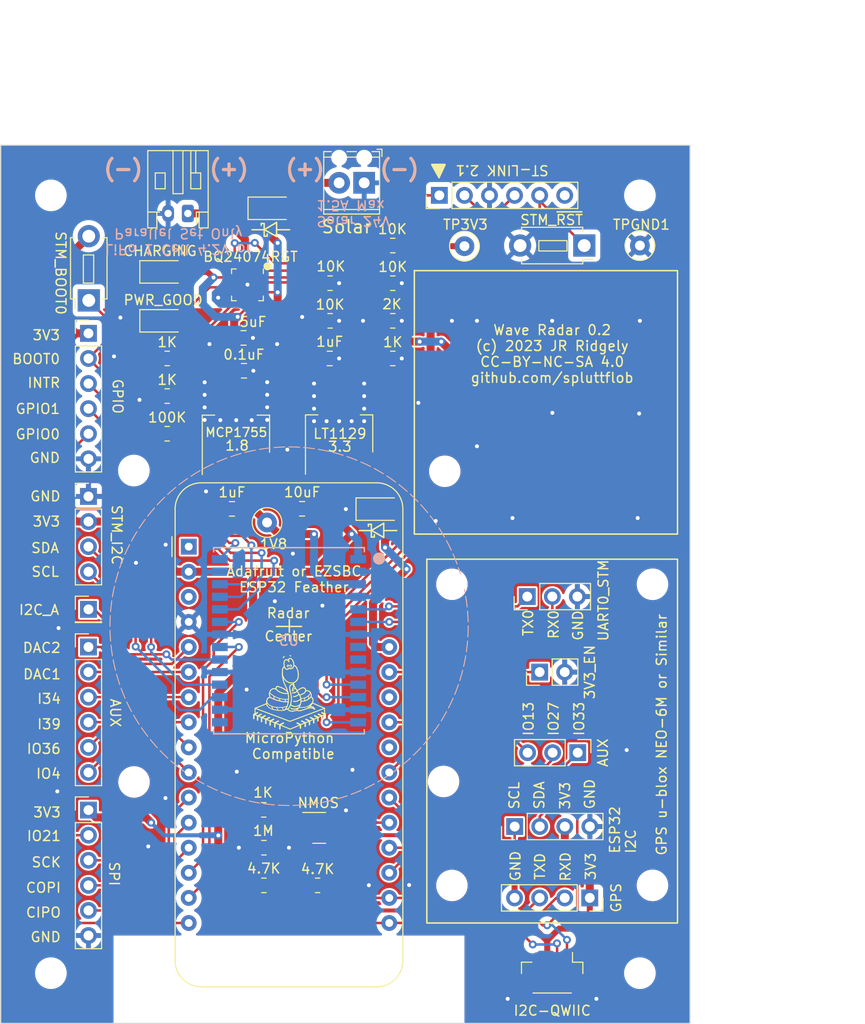
<source format=kicad_pcb>
(kicad_pcb (version 20221018) (generator pcbnew)
  (layers (0 "F.Cu" signal) (31 "B.Cu" signal) (34 "B.Paste" user) (35 "F.Paste" user) (36 "B.SilkS" user "B.Silkscreen") (37 "F.SilkS" user "F.Silkscreen") (38 "B.Mask" user) (39 "F.Mask" user) (44 "Edge.Cuts" user))
  (net 0 "")
  (net 2 "+3V3")
  (net 4 "GND")
  (net 5 "/DAC2")
  (net 6 "/DAC1")
  (net 7 "/I34")
  (net 8 "/I39")
  (net 9 "/IO36")
  (net 10 "/IO4")
  (net 11 "/SCK")
  (net 12 "/COPI")
  (net 13 "/CIPO")
  (net 14 "TXDD")
  (net 15 "RXDD")
  (net 16 "/IO21")
  (net 17 "/SDA")
  (net 18 "/SCL")
  (net 19 "/GPS_RXD")
  (net 20 "/GPS_TXD")
  (net 21 "/IO15")
  (net 22 "/IO33")
  (net 23 "/IO27")
  (net 25 "/IO13")
  (net 27 "/3VEN")
  (net 28 "Net-(A1-VBAT)")
  (net 29 "/1V8")
  (net 30 "V_CHGR")
  (net 31 "Net-(D1-A)")
  (net 32 "Net-(D2-K)")
  (net 33 "Net-(D3-K)")
  (net 34 "/SWCLK")
  (net 35 "/SWDIO")
  (net 36 "Net-(J1-Pin_5)")
  (net 37 "(Reserved)")
  (net 38 "/BOOT0")
  (net 39 "/MCU_INT")
  (net 40 "/GPIO1")
  (net 41 "/GPIO0")
  (net 42 "/STM_SDA")
  (net 43 "/STM_SCL")
  (net 44 "Net-(Q1-G)")
  (net 45 "Net-(U4-ILIM)")
  (net 46 "Net-(U4-ISET)")
  (net 47 "Net-(U4-ITERM)")
  (net 48 "Net-(U4-~{CE})")
  (net 49 "Net-(U4-TS)")
  (net 50 "Net-(U4-~{PGOOD})")
  (net 51 "Net-(U4-~{CHG})")
  (net 52 "CTS0")
  (net 53 "RTS0")
  (net 55 "/I2CADDR")
  (net 56 "/SOL_IN")
  (net 57 "/BAT")
  (net 58 "Net-(J1-Pin_1)")
  (net 59 "/GPS_GND")
  (net 60 "/STM_TX0")
  (net 61 "/STM_RX0")
  (footprint "Connector_PinHeader_2.54mm:PinHeader_1x04_P2.54mm_Vertical" (layer "F.Cu") (at 76.2 78.74)
    (fp_text reference "J3")
    (fp_text value "STM_I2C")
  )
  (footprint "Resistor_SMD:R_0805_2012Metric" (layer "F.Cu") (at 107.0375 57.15 180)
    (fp_text reference "R6")
    (fp_text value "10K")
  )
  (footprint "Connector_PinHeader_2.54mm:PinHeader_1x02_P2.54mm_Vertical" (layer "F.Cu") (at 121.92 96.52 90)
    (fp_text reference "J11")
    (fp_text value "3V3_EN")
  )
  (footprint "Connector_JST:JST_SH_BM04B-SRSS-TB_1x04-1MP_P1.00mm_Vertical" (layer "F.Cu") (at 123.19 127 180)
    (fp_text reference "J5")
    (fp_text value "I2C-QWIIC")
  )
  (footprint "Resistor_SMD:R_0805_2012Metric" (layer "F.Cu") (at 107.0375 60.96 180)
    (fp_text reference "R4")
    (fp_text value "2K")
  )
  (footprint "Connector_JST:JST_PH_S2B-PH-K_1x02_P2.00mm_Horizontal" (layer "F.Cu") (at 86.270244 50.090104 180)
    (fp_text reference "J9")
    (fp_text value "LiPo")
  )
  (footprint "Button_Switch_THT:SW_PUSH_1P1T_6x3.5mm_H4.3_APEM_MJTP1243" (layer "F.Cu") (at 76.22986 58.891477 90)
    (fp_text reference "SW2")
    (fp_text value "STM_BOOT0")
  )
  (footprint "Resistor_SMD:R_0805_2012Metric" (layer "F.Cu") (at 107.0375 53.34)
    (fp_text reference "R12")
    (fp_text value "10K")
  )
  (footprint "TestPoint:TestPoint_Loop_D2.50mm_Drill1.0mm" (layer "F.Cu") (at 132.08 53.34 180)
    (fp_text reference "TPGND1")
    (fp_text value "TestPoint")
  )
  (footprint "MountingHole:MountingHole_2.7mm" (layer "F.Cu") (at 72.39 48.26)
    (fp_text reference "H1")
    (fp_text value "MountingHole")
  )
  (footprint "Connector_PinSocket_2.54mm:PinSocket_1x04_P2.54mm_Vertical" (layer "F.Cu") (at 127 119.38 -90)
    (fp_text reference "J10")
    (fp_text value "GPS")
  )
  (footprint "Resistor_SMD:R_0805_2012Metric" (layer "F.Cu") (at 93.962777 110.465165)
    (fp_text reference "R10")
    (fp_text value "1K")
  )
  (footprint "MountingHole:MountingHole_2.7mm" (layer "F.Cu") (at 133.35 87.63)
    (fp_text reference "H10")
    (fp_text value "MountingHole")
  )
  (footprint "LED_SMD:LED_1206_3216Metric" (layer "F.Cu") (at 83.69 56.01)
    (fp_text reference "D3")
    (fp_text value "CHARGING")
  )
  (footprint "Package_TO_SOT_SMD:SOT-23" (layer "F.Cu") (at 99.585684 112.291699)
    (fp_text reference "Q1")
    (fp_text value "NMOS")
  )
  (footprint "Connector_PinHeader_2.54mm:PinHeader_1x03_P2.54mm_Vertical" (layer "F.Cu") (at 125.778517 104.679894 -90)
    (fp_text reference "J13")
    (fp_text value "AUX")
  )
  (footprint "TestPoint:TestPoint_Loop_D2.50mm_Drill1.0mm" (layer "F.Cu") (at 94.296545 81.377248)
    (fp_text reference "TP1V8")
    (fp_text value "TestPoint")
  )
  (footprint "MountingHole:MountingHole_2.7mm" (layer "F.Cu") (at 132.08 127)
    (fp_text reference "H4")
    (fp_text value "MountingHole")
  )
  (footprint "Connector_PinHeader_2.54mm:PinHeader_1x06_P2.54mm_Vertical" (layer "F.Cu") (at 76.2 93.98)
    (fp_text reference "J12")
    (fp_text value "AUX")
  )
  (footprint "Resistor_SMD:R_0805_2012Metric" (layer "F.Cu") (at 93.98 118.11)
    (fp_text reference "R2")
    (fp_text value "4.7K")
  )
  (footprint "Connector_PinHeader_2.54mm:PinHeader_1x06_P2.54mm_Vertical" (layer "F.Cu") (at 76.2 110.49)
    (fp_text reference "J7")
    (fp_text value "SPI")
  )
  (footprint "Resistor_SMD:R_0805_2012Metric" (layer "F.Cu") (at 84.1775 68.58 180)
    (fp_text reference "R9")
    (fp_text value "1K")
  )
  (footprint "MountingHole:MountingHole_2.7mm" (layer "F.Cu") (at 132.08 48.26)
    (fp_text reference "H2")
    (fp_text value "MountingHole")
  )
  (footprint "Resistor_SMD:R_0805_2012Metric" (layer "F.Cu") (at 107.0375 64.77 180)
    (fp_text reference "R3")
    (fp_text value "1K")
  )
  (footprint "Button_Switch_THT:SW_PUSH_1P1T_6x3.5mm_H4.3_APEM_MJTP1243" (layer "F.Cu") (at 126.44 53.34 180)
    (fp_text reference "SW1")
    (fp_text value "STM_~{RST}")
  )
  (footprint "Resistor_SMD:R_0805_2012Metric" (layer "F.Cu") (at 84.1775 64.77 180)
    (fp_text reference "R8")
    (fp_text value "1K")
  )
  (footprint "Capacitor_SMD:C_0805_2012Metric" (layer "F.Cu") (at 97.851115 79.989634 180)
    (fp_text reference "C2")
    (fp_text value "10uF")
  )
  (footprint "TestPoint:TestPoint_Loop_D2.50mm_Drill1.0mm" (layer "F.Cu") (at 114.3 53.402098)
    (fp_text reference "TP3V3")
    (fp_text value "TestPoint")
  )
  (footprint "Resistor_SMD:R_0805_2012Metric" (layer "F.Cu") (at 84.1775 72.39 180)
    (fp_text reference "R13")
    (fp_text value "100K")
  )
  (footprint "Module:Adafruit_Feather" (layer "F.Cu") (at 86.36 83.82)
    (fp_text reference "A1")
    (fp_text value "Adafruit_Feather_HUZZAH32_ESP32")
  )
  (footprint "Connector_PinHeader_2.54mm:PinHeader_1x06_P2.54mm_Vertical" (layer "F.Cu") (at 76.2 62.23)
    (fp_text reference "J2")
    (fp_text value "GPIO")
  )
  (footprint "Capacitor_SMD:C_0805_2012Metric" (layer "F.Cu") (at 100.65 64.77)
    (fp_text reference "C4")
    (fp_text value "1uF")
  )
  (footprint "Connector_PinHeader_2.54mm:PinHeader_1x06_P2.54mm_Vertical" (layer "F.Cu") (at 111.76 48.26 90)
    (fp_text reference "J1")
    (fp_text value "ST-LINK 2.1")
  )
  (footprint "MountingHole:MountingHole_2.7mm" (layer "F.Cu") (at 133.35 118.11)
    (fp_text reference "H6")
    (fp_text value "MountingHole")
  )
  (footprint "Connector_PinHeader_2.54mm:PinHeader_1x01_P2.54mm_Vertical" (layer "F.Cu") (at 76.2 90.17)
    (fp_text reference "J4")
    (fp_text value "I2CADDR")
  )
  (footprint "MountingHole:MountingHole_2.7mm" (layer "F.Cu") (at 72.39 127)
    (fp_text reference "H3")
    (fp_text value "MountingHole")
  )
  (footprint "Resistor_SMD:R_0805_2012Metric" (layer "F.Cu") (at 100.6875 60.96 180)
    (fp_text reference "R5")
    (fp_text value "10K")
  )
  (footprint "Diode_SMD:D_1206_3216Metric" (layer "F.Cu") (at 94.65278 49.568146)
    (fp_text reference "D1")
    (fp_text value "D_Schottky")
  )
  (footprint "MountingHole:MountingHole_2.7mm" (layer "F.Cu") (at 113.03 118.12)
    (fp_text reference "H8")
    (fp_text value "MountingHole")
  )
  (footprint "MountingHole:MountingHole_2.7mm" (layer "F.Cu") (at 112.305703 76.189359)
    (fp_text reference "H5")
    (fp_text value "MountingHole")
  )
  (footprint "Connector_PinHeader_2.54mm:PinHeader_1x03_P2.54mm_Vertical" (layer "F.Cu") (at 120.665 88.875 90)
    (fp_text reference "J14")
    (fp_text value "UART0_STM")
  )
  (footprint "Package_DFN_QFN:VQFN-16-1EP_3x3mm_P0.5mm_EP1.6x1.6mm" (layer "F.Cu") (at 92.31 57.3175 -90)
    (fp_text reference "U4")
    (fp_text value "BQ24074RGT")
  )
  (footprint "Capacitor_SMD:C_0805_2012Metric" (layer "F.Cu") (at 91.915687 62.690059)
    (fp_text reference "C3")
    (fp_text value "5uF")
  )
  (footprint "MountingHole:MountingHole_2.7mm" (layer "F.Cu") (at 80.800746 76.115194)
    (fp_text reference "H7")
    (fp_text value "MountingHole")
  )
  (footprint "Resistor_SMD:R_0805_2012Metric" (layer "F.Cu") (at 99.4175 118.11 180)
    (fp_text reference "R1")
    (fp_text value "4.7K")
  )
  (footprint "LED_SMD:LED_1206_3216Metric" (layer "F.Cu") (at 83.69 60.96)
    (fp_text reference "D2")
    (fp_text value "PWR_GOOD")
  )
  (footprint "Capacitor_SMD:C_0805_2012Metric" (layer "F.Cu") (at 91.960422 66.015363)
    (fp_text reference "C5")
    (fp_text value "0.1uF")
  )
  (footprint "TerminalBlock_Phoenix:TerminalBlock_Phoenix_MPT-0,5-2-2.54_1x02_P2.54mm_Horizontal" (layer "F.Cu") (at 104.14 46.99 180)
    (fp_text reference "J8")
    (fp_text value "Solar")
  )
  (footprint "Resistor_SMD:R_0805_2012Metric" (layer "F.Cu") (at 93.98 114.3)
    (fp_text reference "R11")
    (fp_text value "1M")
  )
  (footprint "Package_TO_SOT_SMD:SOT-223-3_TabPin2" (layer "F.Cu") (at 101.6 72.39 90)
    (fp_text reference "U1")
    (fp_text value "LT1129-3.3_SOT223")
  )
  (footprint "Resistor_SMD:R_0805_2012Metric" (layer "F.Cu") (at 100.6875 57.15)
    (fp_text reference "R7")
    (fp_text value "10K")
  )
  (footprint "MountingHole:MountingHole_2.7mm" (layer "F.Cu") (at 113.03 87.63)
    (fp_text reference "H12")
    (fp_text value "MountingHole")
  )
  (footprint "Connector_PinHeader_2.54mm:PinHeader_1x04_P2.54mm_Vertical" (layer "F.Cu") (at 119.39 112.153658 90)
    (fp_text reference "J6")
    (fp_text value "SHT31-2.54")
  )
  (footprint "MountingHole:MountingHole_2.7mm" (layer "F.Cu") (at 112.183107 107.594294)
    (fp_text reference "H11")
    (fp_text value "MountingHole")
  )
  (footprint "Package_TO_SOT_SMD:SOT-223-3_TabPin2" (layer "F.Cu") (at 91.141659 72.417898 90)
    (fp_text reference "U2")
    (fp_text value "MCP1754S-1802xMB")
  )
  (footprint "MountingHole:MountingHole_2.7mm" (layer "F.Cu") (at 80.818262 107.641656)
    (fp_text reference "H9")
    (fp_text value "MountingHole")
  )
  (footprint "Capacitor_SMD:C_0805_2012Metric" (layer "F.Cu") (at 90.743144 79.997086 180)
    (fp_text reference "C1")
    (fp_text value "1uF")
  )
  (footprint "Diode_SMD:D_1206_3216Metric" (layer "F.Cu") (at 105.598283 80.021939)
    (fp_text reference "D4")
    (fp_text value "D_Schottky")
  )
  (footprint "acconeer:XM125_ACC" (layer "B.Cu") (at 96.52 93.345 180)
    (fp_text reference "U3")
    (fp_text value "XM125")
  )
  (gr_circle (center 105.643855 85.027689) (end 106.178669 85.027689) (stroke (width 0.15)) (fill solid) (layer "B.SilkS"))
  (gr_circle (center 96.529114 91.87309) (end 114.678693 91.87309) (stroke (width 0.1) (type dash)) (fill none) (layer "B.SilkS"))
  (gr_line (start 98.89858 99.650321) (end 98.94938 99.472521) (stroke (width 0.1016)) (layer "F.SilkS"))
  (gr_line (start 98.13658 100.082121) (end 97.78098 100.107521) (stroke (width 0.0762)) (layer "F.SilkS"))
  (gr_line (start 96.33318 96.246721) (end 96.18078 96.195921) (stroke (width 0.1016)) (layer "F.SilkS"))
  (gr_line (start 98.11118 99.142321) (end 98.11118 99.421721) (stroke (width 0.0762)) (layer "F.SilkS"))
  (gr_line (start 92.95498 100.818721) (end 92.95498 101.225121) (stroke (width 0.1524)) (layer "F.SilkS"))
  (gr_line (start 95.85058 96.602321) (end 95.85058 96.297521) (stroke (width 0.1016)) (layer "F.SilkS"))
  (gr_line (start 97.52698 98.761321) (end 97.32378 98.913721) (stroke (width 0.1016)) (layer "F.SilkS"))
  (gr_line (start 95.85058 96.881721) (end 95.92678 97.313521) (stroke (width 0.1016)) (layer "F.SilkS"))
  (gr_line (start 96.61258 98.329521) (end 96.58718 98.100921) (stroke (width 0.1016)) (layer "F.SilkS"))
  (gr_line (start 96.28238 98.177121) (end 96.43478 98.634321) (stroke (width 0.1016)) (layer "F.SilkS"))
  (gr_line (start 95.54578 99.193121) (end 95.54578 99.269321) (stroke (width 0.0762)) (layer "F.SilkS"))
  (gr_line (start 95.21558 99.345521) (end 95.59658 99.447121) (stroke (width 0.1016)) (layer "F.SilkS"))
  (gr_line (start 98.49218 98.913721) (end 98.41598 98.989921) (stroke (width 0.0762)) (layer "F.SilkS"))
  (gr_line (start 96.89198 100.488521) (end 96.58718 100.437721) (stroke (width 0.1016)) (layer "F.SilkS"))
  (gr_line (start 94.78378 99.980521) (end 94.80918 100.132921) (stroke (width 0.0762)) (layer "F.SilkS"))
  (gr_line (start 104.89736 82.193828) (end 106.121741 82.886444) (stroke (width 0.15)) (layer "F.SilkS"))
  (gr_line (start 96.46018 99.269321) (end 96.12998 99.269321) (stroke (width 0.0762)) (layer "F.SilkS"))
  (gr_line (start 96.33318 99.980521) (end 95.95218 100.082121) (stroke (width 0.0762)) (layer "F.SilkS"))
  (gr_line (start 107.43736 82.193828) (end 106.16736 82.193828) (stroke (width 0.15)) (layer "F.SilkS"))
  (gr_line (start 96.89198 98.278721) (end 96.94278 98.380321) (stroke (width 0.0762)) (layer "F.SilkS"))
  (gr_line (start 95.87598 96.881721) (end 95.85058 96.602321) (stroke (width 0.1016)) (layer "F.SilkS"))
  (gr_line (start 96.02838 95.840321) (end 96.00298 95.611721) (stroke (width 0.1016)) (layer "F.SilkS"))
  (gr_line (start 96.00298 94.951321) (end 95.95218 95.002121) (stroke (width 0.0762)) (layer "F.SilkS"))
  (gr_line (start 96.53638 97.592921) (end 96.25698 97.440521) (stroke (width 0.1016)) (layer "F.SilkS"))
  (gr_line (start 96.58718 98.100921) (end 96.61258 97.948521) (stroke (width 0.1016)) (layer "F.SilkS"))
  (gr_line (start 97.55238 100.437721) (end 97.27298 100.386921) (stroke (width 0.1016)) (layer "F.SilkS"))
  (gr_line (start 96.46018 95.814921) (end 96.38398 95.814921) (stroke (width 0.0762)) (layer "F.SilkS"))
  (gr_line (start 93.31058 100.640921) (end 92.95498 100.818721) (stroke (width 0.1524)) (layer "F.SilkS"))
  (gr_line (start 99.86378 100.640921) (end 100.19398 100.793321) (stroke (width 0.1524)) (layer "F.SilkS"))
  (gr_line (start 97.70478 99.269321) (end 97.39998 99.447121) (stroke (width 0.1016)) (layer "F.SilkS"))
  (gr_line (start 96.71418 99.675721) (end 96.76498 99.370921) (stroke (width 0.1016)) (layer "F.SilkS"))
  (gr_line (start 97.32378 98.913721) (end 97.12058 98.989921) (stroke (width 0.1016)) (layer "F.SilkS"))
  (gr_line (start 98.69538 101.123521) (end 99.02558 101.275921) (stroke (width 0.1524)) (layer "F.SilkS"))
  (gr_line (start 96.00298 99.523321) (end 96.43478 99.523321) (stroke (width 0.1016)) (layer "F.SilkS"))
  (gr_line (start 94.52978 98.710521) (end 94.55518 98.939121) (stroke (width 0.1016)) (layer "F.SilkS"))
  (gr_line (start 96.02838 99.269321) (end 95.69818 99.218521) (stroke (width 0.0762)) (layer "F.SilkS"))
  (gr_line (start 96.66338 94.849721) (end 96.58718 94.849721) (stroke (width 0.0762)) (layer "F.SilkS"))
  (gr_line (start 93.997882 51.10374) (end 93.707734 51.10374) (stroke (width 0.15)) (layer "F.SilkS"))
  (gr_line (start 97.45078 100.158321) (end 97.14598 100.259921) (stroke (width 0.1016)) (layer "F.SilkS"))
  (gr_line (start 96.94278 98.380321) (end 97.04438 98.456521) (stroke (width 0.0508)) (layer "F.SilkS"))
  (gr_line (start 96.94278 97.821521) (end 97.06978 97.973921) (stroke (width 0.1016)) (layer "F.SilkS"))
  (gr_line (start 96.25698 97.440521) (end 96.02838 97.186521) (stroke (width 0.1016)) (layer "F.SilkS"))
  (gr_line (start 96.91738 97.618321) (end 97.01898 97.770721) (stroke (width 0.1016)) (layer "F.SilkS"))
  (gr_line (start 96.63798 96.170521) (end 96.56178 96.119721) (stroke (width 0.1016)) (layer "F.SilkS"))
  (gr_line (start 94.80918 100.132921) (end 94.93618 100.310721) (stroke (width 0.0762)) (layer "F.SilkS"))
  (gr_line (start 97.95878 98.100921) (end 98.11118 98.151721) (stroke (width 0.1016)) (layer "F.SilkS"))
  (gr_line (start 96.12998 99.269321) (end 96.12998 99.370921) (stroke (width 0.0762)) (layer "F.SilkS"))
  (gr_line (start 94.45358 100.082121) (end 94.30118 99.929721) (stroke (width 0.0762)) (layer "F.SilkS"))
  (gr_line (start 98.61918 100.005921) (end 98.77158 100.005921) (stroke (width 0.1016)) (layer "F.SilkS"))
  (gr_line (start 95.24098 98.024721) (end 95.21558 98.100921) (stroke (width 0.1016)) (layer "F.SilkS"))
  (gr_line (start 99.50818 100.793321) (end 99.83838 100.945721) (stroke (width 0.1524)) (layer "F.SilkS"))
  (gr_line (start 96.55456 91.221572) (end 96.55456 92.476638) (stroke (width 0.15)) (layer "F.SilkS"))
  (gr_line (start 95.92678 97.313521) (end 96.02838 97.618321) (stroke (width 0.1016)) (layer "F.SilkS"))
  (gr_line (start 96.91738 95.357721) (end 96.99358 95.586321) (stroke (width 0.1016)) (layer "F.SilkS"))
  (gr_line (start 98.41598 100.183721) (end 98.06038 100.310721) (stroke (width 0.1016)) (layer "F.SilkS"))
  (gr_line (start 96.07918 96.043521) (end 96.02838 95.840321) (stroke (width 0.1016)) (layer "F.SilkS"))
  (gr_line (start 95.95218 96.043521) (end 96.05378 95.967321) (stroke (width 0.1016)) (layer "F.SilkS"))
  (gr_line (start 96.20618 98.354921) (end 95.97758 98.202521) (stroke (width 0.1016)) (layer "F.SilkS"))
  (gr_line (start 96.58718 100.031321) (end 96.71418 99.675721) (stroke (width 0.1016)) (layer "F.SilkS"))
  (gr_line (start 97.70478 99.091521) (end 97.73018 99.320121) (stroke (width 0.1016)) (layer "F.SilkS"))
  (gr_line (start 95.08858 101.656921) (end 95.08858 102.063321) (stroke (width 0.1524)) (layer "F.SilkS"))
  (gr_line (start 96.40938 98.583521) (end 96.20618 98.354921) (stroke (width 0.1016)) (layer "F.SilkS"))
  (gr_line (start 96.43478 100.234521) (end 96.58718 100.031321) (stroke (width 0.1016)) (layer "F.SilkS"))
  (gr_line (start 99.02558 101.301321) (end 99.02558 101.656921) (stroke (width 0.1524)) (layer "F.SilkS"))
  (gr_line (start 95.54578 100.107521) (end 94.98698 100.056721) (stroke (width 0.0762)) (layer "F.SilkS"))
  (gr_line (start 98.56838 98.837521) (end 98.49218 98.913721) (stroke (width 0.0762)) (layer "F.SilkS"))
  (gr_line (start 99.83838 100.945721) (end 99.83838 101.301321) (stroke (width 0.1524)) (layer "F.SilkS"))
  (gr_line (start 96.38398 95.814921) (end 96.33318 95.891121) (stroke (width 0.0762)) (layer "F.SilkS"))
  (gr_line (start 95.21558 98.253321) (end 95.08858 98.202521) (stroke (width 0.1016)) (layer "F.SilkS"))
  (gr_line (start 96.15538 95.281521) (end 96.25698 95.256121) (stroke (width 0.1016)) (layer "F.SilkS"))
  (gr_line (start 98.77158 100.005921) (end 98.94938 100.056721) (stroke (width 0.1016)) (layer "F.SilkS"))
  (gr_line (start 95.31718 100.386921) (end 94.91078 100.310721) (stroke (width 0.0762)) (layer "F.SilkS"))
  (gr_line (start 98.54298 98.456521) (end 98.39058 98.405721) (stroke (width 0.1016)) (layer "F.SilkS"))
  (gr_line (start 104.85591 81.558264) (end 104.565762 81.558264) (stroke (width 0.15)) (layer "F.SilkS"))
  (gr_line (start 96.71418 94.900521) (end 96.66338 94.849721) (stroke (width 0.0762)) (layer "F.SilkS"))
  (gr_line (start 95.87598 100.234521) (end 96.00298 100.386921) (stroke (width 0.0762)) (layer "F.SilkS"))
  (gr_line (start 94.68218 98.735921) (end 94.58058 98.608921) (stroke (width 0.0762)) (layer "F.SilkS"))
  (gr_line (start 96.94278 99.980521) (end 96.79038 99.904321) (stroke (width 0.1016)) (layer "F.SilkS"))
  (gr_line (start 95.85058 100.107521) (end 95.87598 100.234521) (stroke (width 0.0762)) (layer "F.SilkS"))
  (gr_line (start 95.54578 99.269321) (end 95.62198 99.447121) (stroke (width 0.0762)) (layer "F.SilkS"))
  (gr_line (start 93.707734 51.10374) (end 93.707734 51.297172) (stroke (width 0.15)) (layer "F.SilkS"))
  (gr_line (start 99.12718 100.945721) (end 99.45738 101.098121) (stroke (width 0.1524)) (layer "F.SilkS"))
  (gr_line (start 96.86658 98.634321) (end 97.09518 98.608921) (stroke (width 0.1016)) (layer "F.SilkS"))
  (gr_line (start 104.565762 81.558264) (end 104.565762 81.751696) (stroke (width 0.15)) (layer "F.SilkS"))
  (gr_line (start 97.17138 98.151721) (end 97.04438 98.227921) (stroke (width 0.1016)) (layer "F.SilkS"))
  (gr_line (start 94.88538 98.202521) (end 94.68218 98.329521) (stroke (width 0.1016)) (layer "F.SilkS"))
  (gr_line (start 97.42538 97.161121) (end 97.29838 97.389721) (stroke (width 0.1016)) (layer "F.SilkS"))
  (gr_circle (center 94.339665 55.440145) (end 94.008 55.416224) (stroke (width 0.15)) (fill solid) (layer "F.SilkS"))
  (gr_line (start 97.27298 100.386921) (end 96.89198 100.488521) (stroke (width 0.1016)) (layer "F.SilkS"))
  (gr_line (start 98.89858 99.142321) (end 98.77158 99.040721) (stroke (width 0.1016)) (layer "F.SilkS"))
  (gr_line (start 96.51098 95.459321) (end 96.46018 95.332321) (stroke (width 0.1016)) (layer "F.SilkS"))
  (gr_line (start 95.77438 98.100921) (end 95.39338 97.973921) (stroke (width 0.1016)) (layer "F.SilkS"))
  (gr_line (start 97.42538 96.424521) (end 97.47618 96.780121) (stroke (width 0.1016)) (layer "F.SilkS"))
  (gr_line (start 96.73958 97.796121) (end 96.84118 97.770721) (stroke (width 0.1016)) (layer "F.SilkS"))
  (gr_line (start 94.40278 99.751921) (end 94.25038 99.523321) (stroke (width 0.0762)) (layer "F.SilkS"))
  (gr_line (start 98.61918 99.167721) (end 98.77158 99.015321) (stroke (width 0.1016)) (layer "F.SilkS"))
  (gr_line (start 95.95218 100.082121) (end 95.54578 100.107521) (stroke (width 0.0762)) (layer "F.SilkS"))
  (gr_line (start 94.25038 99.523321) (end 94.25038 99.701121) (stroke (width 0.1016)) (layer "F.SilkS"))
  (gr_line (start 96.12998 99.269321) (end 96.02838 99.269321) (stroke (width 0.0762)) (layer "F.SilkS"))
  (gr_line (start 105.168648 82.841282) (end 105.168648 82.618662) (stroke (width 0.15)) (layer "F.SilkS"))
  (gr_line (start 96.38398 95.306921) (end 96.51098 95.459321) (stroke (width 0.1016)) (layer "F.SilkS"))
  (gr_line (start 98.18738 98.253321) (end 98.21278 98.354921) (stroke (width 0.1016)) (layer "F.SilkS"))
  (gr_line (start 95.263713 52.43192) (end 95.263713 50.994993) (stroke (width 0.15)) (layer "F.SilkS"))
  (gr_line (start 95.34258 100.259921) (end 95.44418 100.386921) (stroke (width 0.0762)) (layer "F.SilkS"))
  (gr_line (start 95.85058 96.602321) (end 95.85058 96.881721) (stroke (width 0.1016)) (layer "F.SilkS"))
  (gr_line (start 104.86443 82.844994) (end 104.86443 81.560049) (stroke (width 0.15)) (layer "F.SilkS"))
  (gr_line (start 100.19398 100.793321) (end 100.19398 101.148921) (stroke (width 0.1524)) (layer "F.SilkS"))
  (gr_line (start 96.10458 98.685121) (end 95.85058 98.634321) (stroke (width 0.1016)) (layer "F.SilkS"))
  (gr_line (start 96.76498 99.370921) (end 96.76498 99.040721) (stroke (width 0.1016)) (layer "F.SilkS"))
  (gr_line (start 104.89736 82.193828) (end 103.62736 82.193828) (stroke (width 0.15)) (layer "F.SilkS"))
  (gr_line (start 94.25038 99.472521) (end 94.25038 99.523321) (stroke (width 0.1016)) (layer "F.SilkS"))
  (gr_line (start 95.95218 101.682321) (end 95.59658 101.860121) (stroke (width 0.1524)) (layer "F.SilkS"))
  (gr_line (start 95.25 91.897924) (end 97.79 91.897924) (stroke (width 0.15)) (layer "F.SilkS"))
  (gr_line (start 98.77158 99.015321) (end 98.77158 98.761321) (stroke (width 0.1016)) (layer "F.SilkS"))
  (gr_line (start 94.88538 99.218521) (end 95.21558 99.345521) (stroke (width 0.1016)) (layer "F.SilkS"))
  (gr_line (start 94.58058 99.091521) (end 94.42818 99.116921) (stroke (width 0.1016)) (layer "F.SilkS"))
  (gr_line (start 98.39058 98.405721) (end 98.21278 98.405721) (stroke (width 0.1016)) (layer "F.SilkS"))
  (gr_line (start 96.02838 97.186521) (end 95.87598 96.881721) (stroke (width 0.1016)) (layer "F.SilkS"))
  (gr_line (start 96.76498 95.814921) (end 96.68878 95.789521) (stroke (width 0.0762)) (layer "F.SilkS"))
  (gr_line (start 94.006402 52.39047) (end 94.006402 51.105525) (stroke (width 0.15)) (layer "F.SilkS"))
  (gr_line (start 96.89198 97.618321) (end 96.53638 97.592921) (stroke (width 0.1016)) (layer "F.SilkS"))
  (gr_line (start 96.61258 101.504521) (end 93.08198 100.183721) (stroke (width 0.1016)) (layer "F.SilkS"))
  (gr_line (start 94.58058 98.507321) (end 94.52978 98.710521) (stroke (width 0.1016)) (layer "F.SilkS"))
  (gr_line (start 97.73018 100.412321) (end 97.55238 100.437721) (stroke (width 0.1016)) (layer "F.SilkS"))
  (gr_line (start 100.11778 100.844121) (end 96.63798 102.291921) (stroke (width 0.1016)) (layer "F.SilkS"))
  (gr_line (start 94.006142 52.39075) (end 94.308134 52.390321) (stroke (width 0.15)) (layer "F.SilkS"))
  (gr_line (start 98.41598 98.989921) (end 98.16198 99.116921) (stroke (width 0.0762)) (layer "F.SilkS"))
  (gr_line (start 96.76498 95.179921) (end 96.91738 95.357721) (stroke (width 0.1016)) (layer "F.SilkS"))
  (gr_line (start 95.44418 101.479121) (end 95.08858 101.656921) (stroke (width 0.1524)) (layer "F.SilkS"))
  (gr_line (start 96.79038 95.916521) (end 96.76498 95.814921) (stroke (width 0.0762)) (layer "F.SilkS"))
  (gr_line (start 96.12998 100.310721) (end 96.43478 100.234521) (stroke (width 0.1016)) (layer "F.SilkS"))
  (gr_line (start 97.90798 99.193121) (end 97.70478 99.218521) (stroke (width 0.0762)) (layer "F.SilkS"))
  (gr_line (start 94.63138 99.091521) (end 94.88538 99.218521) (stroke (width 0.1016)) (layer "F.SilkS"))
  (gr_line (start 93.08198 100.844121) (end 93.08198 100.209121) (stroke (width 0.1016)) (layer "F.SilkS"))
  (gr_line (start 96.61258 95.840321) (end 96.61258 95.916521) (stroke (width 0.0762)) (layer "F.SilkS"))
  (gr_line (start 94.039332 51.739304) (end 95.263713 52.43192) (stroke (width 0.15)) (layer "F.SilkS"))
  (gr_line (start 96.61258 95.129121) (end 96.76498 95.179921) (stroke (width 0.1016)) (layer "F.SilkS"))
  (gr_line (start 97.78098 100.107521) (end 97.55238 100.107521) (stroke (width 0.0762)) (layer "F.SilkS"))
  (gr_line (start 97.47618 96.780121) (end 97.42538 97.161121) (stroke (width 0.1016)) (layer "F.SilkS"))
  (gr_line (start 97.65398 99.853521) (end 97.55238 100.082121) (stroke (width 0.1016)) (layer "F.SilkS"))
  (gr_line (start 94.68218 98.329521) (end 94.58058 98.507321) (stroke (width 0.1016)) (layer "F.SilkS"))
  (gr_line (start 97.42538 99.955121) (end 97.14598 100.005921) (stroke (width 0.1016)) (layer "F.SilkS"))
  (gr_line (start 97.24758 98.532721) (end 97.34918 98.431121) (stroke (width 0.1016)) (layer "F.SilkS"))
  (gr_line (start 94.78378 99.980521) (end 94.58058 99.904321) (stroke (width 0.0762)) (layer "F.SilkS"))
  (gr_line (start 97.14598 99.497921) (end 96.96818 99.472521) (stroke (width 0.1016)) (layer "F.SilkS"))
  (gr_line (start 94.60598 100.183721) (end 94.45358 100.082121) (stroke (width 0.0762)) (layer "F.SilkS"))
  (gr_line (start 96.43478 99.624921) (end 96.33318 99.980521) (stroke (width 0.1016)) (layer "F.SilkS"))
  (gr_line (start 96.56178 96.119721) (end 96.46018 96.195921) (stroke (width 0.1016)) (layer "F.SilkS"))
  (gr_line (start 98.66998 98.558121) (end 98.54298 98.456521) (stroke (width 0.1016)) (layer "F.SilkS"))
  (gr_line (start 93.69158 100.793321) (end 93.33598 100.971121) (stroke (width 0.1524)) (layer "F.SilkS"))
  (gr_line (start 93.33598 100.971121) (end 93.33598 101.377521) (stroke (width 0.1524)) (layer "F.SilkS"))
  (gr_line (start 94.25038 99.701121) (end 94.30118 99.929721) (stroke (width 0.1016)) (layer "F.SilkS"))
  (gr_line (start 98.94938 100.056721) (end 99.07638 100.183721) (stroke (width 0.1016)) (layer "F.SilkS"))
  (gr_line (start 97.01898 97.923121) (end 96.94278 98.126321) (stroke (width 0.1016)) (layer "F.SilkS"))
  (gr_line (start 98.89858 99.650321) (end 98.72078 99.904321) (stroke (width 0.1016)) (layer "F.SilkS"))
  (gr_line (start 95.01238 98.964521) (end 94.98698 99.066121) (stroke (width 0.0762)) (layer "F.SilkS"))
  (gr_line (start 98.11118 98.608921) (end 97.95878 98.710521) (stroke (width 0.1016)) (layer "F.SilkS"))
  (gr_line (start 98.59378 101.479121) (end 98.59378 101.834721) (stroke (width 0.1524)) (layer "F.SilkS"))
  (gr_line (start 94.55518 98.939121) (end 94.63138 99.091521) (stroke (width 0.1016)) (layer "F.SilkS"))
  (gr_line (start 96.61258 97.948521) (end 96.66338 97.846921) (stroke (width 0.1016)) (layer "F.SilkS"))
  (gr_line (start 96.20618 100.209121) (end 96.05378 100.386921) (stroke (width 0.1016)) (layer "F.SilkS"))
  (gr_line (start 94.58058 99.904321) (end 94.40278 99.751921) (stroke (width 0.0762)) (layer "F.SilkS"))
  (gr_line (start 97.19678 98.177121) (end 97.39998 98.507321) (stroke (width 0.1016)) (layer "F.SilkS"))
  (gr_line (start 95.74898 100.412321) (end 95.31718 100.386921) (stroke (width 0.0762)) (layer "F.SilkS"))
  (gr_line (start 94.32658 99.243921) (end 94.25038 99.472521) (stroke (width 0.1016)) (layer "F.SilkS"))
  (gr_line (start 94.96158 101.301321) (end 94.60598 101.479121) (stroke (width 0.1524)) (layer "F.SilkS"))
  (gr_line (start 97.04438 95.840321) (end 97.14598 95.891121) (stroke (width 0.1016)) (layer "F.SilkS"))
  (gr_line (start 96.02838 97.618321) (end 96.28238 98.177121) (stroke (width 0.1016)) (layer "F.SilkS"))
  (gr_line (start 96.86658 98.304121) (end 96.84118 98.380321) (stroke (width 0.0762)) (layer "F.SilkS"))
  (gr_line (start 95.97758 98.202521) (end 95.77438 98.100921) (stroke (width 0.1016)) (layer "F.SilkS"))
  (gr_line (start 98.66998 100.132921) (end 98.39058 100.183721) (stroke (width 0.1016)) (layer "F.SilkS"))
  (gr_line (start 97.14598 100.259921) (end 96.96818 100.259921) (stroke (width 0.1016)) (layer "F.SilkS"))
  (gr_line (start 96.00298 95.611721) (end 96.05378 95.408521) (stroke (width 0.1016)) (layer "F.SilkS"))
  (gr_line (start 97.01898 95.891121) (end 96.89198 96.119721) (stroke (width 0.1016)) (layer "F.SilkS"))
  (gr_line (start 100.11778 100.183721) (end 96.61258 101.504521) (stroke (width 0.1016)) (layer "F.SilkS"))
  (gr_line (start 97.65398 99.802721) (end 97.42538 99.955121) (stroke (width 0.1016)) (layer "F.SilkS"))
  (gr_line (start 94.98698 100.056721) (end 94.78378 99.980521) (stroke (width 0.0762)) (layer "F.SilkS"))
  (gr_line (start 96.46018 95.332321) (end 96.48558 95.205321) (stroke (width 0.1016)) (layer "F.SilkS"))
  (gr_line (start 94.98698 99.066121) (end 95.03778 99.269321) (stroke (width 0.0762)) (layer "F.SilkS"))
  (gr_line (start 97.80638 98.126321) (end 97.95878 98.100921) (stroke (width 0.1016)) (layer "F.SilkS"))
  (gr_line (start 96.05378 95.408521) (end 96.15538 95.281521) (stroke (width 0.1016)) (layer "F.SilkS"))
  (gr_line (start 94.60598 101.479121) (end 94.60598 101.885521) (stroke (width 0.1524)) (layer "F.SilkS"))
  (gr_line (start 95.85058 98.634321) (end 95.57118 98.532721) (stroke (width 0.1016)) (layer "F.SilkS"))
  (gr_line (start 96.33318 99.980521) (end 96.20618 100.209121) (stroke (width 0.1016)) (layer "F.SilkS"))
  (gr_line (start 96.68878 95.789521) (end 96.61258 95.840321) (stroke (width 0.0762)) (layer "F.SilkS"))
  (gr_line (start 106.121741 81.449517) (end 104.878247 82.181797) (stroke (width 0.15)) (layer "F.SilkS"))
  (gr_line (start 98.49218 98.913721) (end 98.51758 99.218521) (stroke (width 0.0762)) (layer "F.SilkS"))
  (gr_line (start 96.58718 100.437721) (end 96.38398 100.285321) (stroke (width 0.1016)) (layer "F.SilkS"))
  (gr_line (start 96.84118 97.770721) (end 96.94278 97.821521) (stroke (width 0.1016)) (layer "F.SilkS"))
  (gr_line (start 96.76498 99.040721) (end 96.71418 98.735921) (stroke (width 0.1016)) (layer "F.SilkS"))
  (gr_line (start 96.18078 96.195921) (end 96.07918 96.043521) (stroke (width 0.1016)) (layer "F.SilkS"))
  (gr_line (start 97.55238 100.082121) (end 97.39998 100.259921) (stroke (width 0.1016)) (layer "F.SilkS"))
  (gr_line (start 98.18738 98.481921) (end 98.11118 98.608921) (stroke (width 0.1016)) (layer "F.SilkS"))
  (gr_line (start 94.85998 98.862921) (end 94.68218 98.735921) (stroke (width 0.0762)) (layer "F.SilkS"))
  (gr_line (start 106.121741 82.886444) (end 106.121741 81.449517) (stroke (width 0.15)) (layer "F.SilkS"))
  (gr_line (start 93.08198 100.183721) (end 94.22498 99.726521) (stroke (width 0.1016)) (layer "F.SilkS"))
  (gr_line (start 95.85058 96.297521) (end 95.90138 96.145121) (stroke (width 0.1016)) (layer "F.SilkS"))
  (gr_line (start 98.33978 99.345521) (end 98.61918 99.167721) (stroke (width 0.1016)) (layer "F.SilkS"))
  (gr_line (start 97.67938 101.834721) (end 97.67938 102.190321) (stroke (width 0.1524)) (layer "F.SilkS"))
  (gr_line (start 98.94938 99.472521) (end 98.94938 99.294721) (stroke (width 0.1016)) (layer "F.SilkS"))
  (gr_line (start 95.90138 96.145121) (end 95.95218 96.043521) (stroke (width 0.1016)) (layer "F.SilkS"))
  (gr_line (start 96.579332 51.739304) (end 95.309332 51.739304) (stroke (width 0.15)) (layer "F.SilkS"))
  (gr_line (start 96.96818 100.259921) (end 96.79038 100.234521) (stroke (width 0.1016)) (layer "F.SilkS"))
  (gr_line (start 96.73958 96.170521) (end 96.63798 96.170521) (stroke (width 0.1016)) (layer "F.SilkS"))
  (gr_line (start 94.17418 101.301321) (end 94.17418 101.707721) (stroke (width 0.1524)) (layer "F.SilkS"))
  (gr_line (start 95.39338 97.973921) (end 95.31718 97.973921) (stroke (width 0.1016)) (layer "F.SilkS"))
  (gr_line (start 97.09518 98.608921) (end 97.24758 98.532721) (stroke (width 0.1016)) (layer "F.SilkS"))
  (gr_rect (start 109.22 55.88) (end 135.89 82.55) (stroke (width 0.15)) (fill none) (layer "F.SilkS"))
  (gr_line (start 96.71418 98.735921) (end 96.61258 98.329521) (stroke (width 0.1016)) (layer "F.SilkS"))
  (gr_line (start 96.66338 97.846921) (end 96.73958 97.796121) (stroke (width 0.1016)) (layer "F.SilkS"))
  (gr_line (start 96.51098 95.916521) (end 96.51098 95.865721) (stroke (width 0.0762)) (layer "F.SilkS"))
  (gr_line (start 95.59658 99.447121) (end 96.00298 99.523321) (stroke (width 0.1016)) (layer "F.SilkS"))
  (gr_line (start 98.46678 99.980521) (end 98.13658 100.082121) (stroke (width 0.0762)) (layer "F.SilkS"))
  (gr_line (start 98.06038 100.310721) (end 97.73018 100.412321) (stroke (width 0.1016)) (layer "F.SilkS"))
  (gr_line (start 98.16198 101.656921) (end 98.16198 102.012521) (stroke (width 0.1524)) (layer "F.SilkS"))
  (gr_line (start 95.69818 99.218521) (end 95.41878 99.142321) (stroke (width 0.0762)) (layer "F.SilkS"))
  (gr_line (start 96.48558 95.205321) (end 96.61258 95.129121) (stroke (width 0.1016)) (layer "F.SilkS"))
  (gr_line (start 98.08578 99.447121) (end 98.33978 99.345521) (stroke (width 0.1016)) (layer "F.SilkS"))
  (gr_line (start 98.16198 99.116921) (end 97.90798 99.193121) (stroke (width 0.0762)) (layer "F.SilkS"))
  (gr_line (start 94.52978 101.123521) (end 94.17418 101.301321) (stroke (width 0.1524)) (layer "F.SilkS"))
  (gr_line (start 97.14598 100.005921) (end 96.94278 99.980521) (stroke (width 0.1016)) (layer "F.SilkS"))
  (gr_line (start 93.74238 101.123521) (end 93.74238 101.529921) (stroke (width 0.1524)) (layer "F.SilkS"))
  (gr_line (start 96.79038 99.904321) (end 96.68878 99.802721) (stroke (width 0.1016)) (layer "F.SilkS"))
  (gr_line (start 95.59658 101.860121) (end 95.59658 102.266521) (stroke (width 0.1524)) (layer "F.SilkS"))
  (gr_line (start 96.12998 99.370921) (end 96.20618 99.497921) (stroke (width 0.0762)) (layer "F.SilkS"))
  (gr_line (start 97.06978 97.567521) (end 96.89198 97.618321) (stroke (width 0.1016)) (layer "F.SilkS"))
  (gr_line (start 98.89858 99.599521) (end 98.69538 99.802721) (stroke (width 0.0762)) (layer "F.SilkS"))
  (gr_line (start 98.89858 99.650321) (end 100.11778 100.183721) (stroke (width 0.1016)) (layer "F.SilkS"))
  (gr_line (start 97.34918 101.682321) (end 97.67938 101.834721) (stroke (width 0.1524)) (layer "F.SilkS"))
  (gr_line (start 95.31718 97.973921) (end 95.24098 98.024721) (stroke (width 0.1016)) (layer "F.SilkS"))
  (gr_line (start 97.29838 96.068921) (end 97.42538 96.424521) (stroke (width 0.1016)) (layer "F.SilkS"))
  (gr_line (start 98.11118 98.151721) (end 98.18738 98.253321) (stroke (width 0.1016)) (layer "F.SilkS"))
  (gr_line (start 98.89858 100.158321) (end 98.66998 100.132921) (stroke (width 0.1016)) (layer "F.SilkS"))
  (gr_line (start 96.89198 96.119721) (end 96.73958 96.170521) (stroke (width 0.1016)) (layer "F.SilkS"))
  (gr_line (start 95.34258 98.380321) (end 95.21558 98.253321) (stroke (width 0.1016)) (layer "F.SilkS"))
  (gr_line (start 96.84118 98.380321) (end 96.86658 98.507321) (stroke (width 0.0508)) (layer "F.SilkS"))
  (gr_line (start 98.72078 99.904321) (end 98.41598 100.183721) (stroke (width 0.1016)) (layer "F.SilkS"))
  (gr_line (start 96.63798 102.291921) (end 93.08198 100.844121) (stroke (width 0.1016)) (layer "F.SilkS"))
  (gr_line (start 95.08858 98.202521) (end 94.88538 98.202521) (stroke (width 0.1016)) (layer "F.SilkS"))
  (gr_line (start 97.73018 99.574121) (end 97.65398 99.853521) (stroke (width 0.1016)) (layer "F.SilkS"))
  (gr_line (start 94.039332 51.739304) (end 92.769332 51.739304) (stroke (width 0.15)) (layer "F.SilkS"))
  (gr_line (start 94.09798 100.945721) (end 93.74238 101.123521) (stroke (width 0.1524)) (layer "F.SilkS"))
  (gr_rect (start 110.49 85.09) (end 135.89 121.92) (stroke (width 0.15)) (fill none) (layer "F.SilkS"))
  (gr_line (start 97.12058 98.989921) (end 96.96818 98.989921) (stroke (width 0.1016)) (layer "F.SilkS"))
  (gr_line (start 96.33318 95.891121) (end 96.35858 95.967321) (stroke (width 0.0762)) (layer "F.SilkS"))
  (gr_line (start 97.34918 98.380321) (end 97.80638 98.126321) (stroke (width 0.1016)) (layer "F.SilkS"))
  (gr_line (start 97.14598 95.891121) (end 97.29838 96.068921) (stroke (width 0.1016)) (layer "F.SilkS"))
  (gr_line (start 97.60318 98.862921) (end 97.70478 99.091521) (stroke (width 0.1016)) (layer "F.SilkS"))
  (gr_line (start 98.94938 99.294721) (end 98.89858 99.142321) (stroke (width 0.1016)) (layer "F.SilkS"))
  (gr_line (start 98.69538 98.659721) (end 98.56838 98.837521) (stroke (width 0.0762)) (layer "F.SilkS"))
  (gr_line (start 95.263713 50.994993) (end 94.020219 51.727273) (stroke (width 0.15)) (layer "F.SilkS"))
  (gr_line (start 95.21558 98.100921) (end 95.21558 98.253321) (stroke (width 0.1016)) (layer "F.SilkS"))
  (gr_line (start 96.46018 96.195921) (end 96.33318 96.246721) (stroke (width 0.1016)) (layer "F.SilkS"))
  (gr_line (start 98.69538 99.802721) (end 98.46678 99.980521) (stroke (width 0.0762)) (layer "F.SilkS"))
  (gr_line (start 96.35858 95.967321) (end 96.43478 95.992721) (stroke (width 0.0762)) (layer "F.SilkS"))
  (gr_line (start 96.68878 96.018121) (end 96.73958 95.992721) (stroke (width 0.0762)) (layer "F.SilkS"))
  (gr_line (start 96.38398 98.685121) (end 96.10458 98.685121) (stroke (width 0.1016)) (layer "F.SilkS"))
  (gr_line (start 97.39998 100.259921) (end 97.27298 100.386921) (stroke (width 0.1016)) (layer "F.SilkS"))
  (gr_line (start 96.51098 95.865721) (end 96.46018 95.814921) (stroke (width 0.0762)) (layer "F.SilkS"))
  (gr_line (start 95.26638 100.107521) (end 95.31718 100.234521) (stroke (width 0.0762)) (layer "F.SilkS"))
  (gr_line (start 97.80638 101.479121) (end 98.13658 101.631521) (stroke (width 0.1524)) (layer "F.SilkS"))
  (gr_line (start 97.75558 99.472521) (end 98.08578 99.447121) (stroke (width 0.1016)) (layer "F.SilkS"))
  (gr_line (start 97.01898 97.770721) (end 97.01898 97.923121) (stroke (width 0.1016)) (layer "F.SilkS"))
  (gr_line (start 96.07918 94.951321) (end 96.00298 94.951321) (stroke (width 0.0762)) (layer "F.SilkS"))
  (gr_line (start 98.23818 101.301321) (end 98.56838 101.453721) (stroke (width 0.1524)) (layer "F.SilkS"))
  (gr_line (start 97.39998 99.447121) (end 97.14598 99.497921) (stroke (width 0.1016)) (layer "F.SilkS"))
  (gr_line (start 97.06978 97.973921) (end 97.19678 98.177121) (stroke (width 0.1016)) (layer "F.SilkS"))
  (gr_line (start 98.21278 98.354921) (end 98.18738 98.481921) (stroke (width 0.1016)) (layer "F.SilkS"))
  (gr_line (start 99.45738 101.098121) (end 99.45738 101.453721) (stroke (width 0.1524)) (layer "F.SilkS"))
  (gr_line (start 96.43478 98.634321) (end 96.48558 99.066121) (stroke (width 0.1016)) (layer "F.SilkS"))
  (gr_line (start 96.05378 100.386921) (end 95.74898 100.412321) (stroke (width 0.0762)) (layer "F.SilkS"))
  (gr_line (start 96.94278 98.126321) (end 96.86658 98.304121) (stroke (width 0.1016)) (layer "F.SilkS"))
  (gr_line (start 96.73958 95.992721) (end 96.79038 95.916521) (stroke (width 0.0762)) (layer "F.SilkS"))
  (gr_line (start 95.57118 98.532721) (end 95.34258 98.380321) (stroke (width 0.1016)) (layer "F.SilkS"))
  (gr_line (start 94.31062 52.386758) (end 94.31062 52.164138) (stroke (width 0.15)) (layer "F.SilkS"))
  (gr_line (start 95.11398 99.015321) (end 94.85998 98.862921) (stroke (width 0.0762)) (layer "F.SilkS"))
  (gr_line (start 97.29838 97.389721) (end 97.06978 97.567521) (stroke (width 0.1016)) (layer "F.SilkS"))
  (gr_line (start 95.41878 99.142321) (end 95.11398 99.015321) (stroke (width 0.0762)) (layer "F.SilkS"))
  (gr_line (start 96.99358 95.586321) (end 97.01898 95.891121) (stroke (width 0.1016)) (layer "F.SilkS"))
  (gr_line (start 95.95218 95.002121) (end 95.92678 95.103721) (stroke (width 0.0762)) (layer "F.SilkS"))
  (gr_line (start 96.48558 99.066121) (end 96.43478 99.624921) (stroke (width 0.1016)) (layer "F.SilkS"))
  (gr_line (start 97.73018 99.320121) (end 97.73018 99.574121) (stroke (width 0.1016)) (layer "F.SilkS"))
  (gr_line (start 96.25698 95.256121) (end 96.38398 95.306921) (stroke (width 0.1016)) (layer "F.SilkS"))
  (gr_line (start 94.42818 99.116921) (end 94.32658 99.243921) (stroke (width 0.1016)) (layer "F.SilkS"))
  (gr_line (start 100.11778 100.209121) (end 100.11778 100.844121) (stroke (width 0.1016)) (layer "F.SilkS"))
  (gr_line (start 94.91078 100.310721) (end 94.60598 100.183721) (stroke (width 0.0762)) (layer "F.SilkS"))
  (gr_line (start 97.95878 98.710521) (end 97.60318 98.862921) (stroke (width 0.1016)) (layer "F.SilkS"))
  (gr_line (start 98.77158 98.761321) (end 98.66998 98.558121) (stroke (width 0.1016)) (layer "F.SilkS"))
  (gr_line (start 99.07638 100.183721) (end 99.12718 100.285321) (stroke (width 0.1016)) (layer "F.SilkS"))
  (gr_line (start 99.12718 100.285321) (end 98.89858 100.158321) (stroke (width 0.1016)) (layer "F.SilkS"))
  (gr_poly (pts (xy 111.009491 45.149782) (xy 111.72171 46.415663) (xy 112.311319 45.149782)) (stroke (width 0.2)) (fill solid) (layer "F.SilkS"))
  (gr_line (start 104.86417 82.845274) (end 105.166162 82.844845) (stroke (width 0.15)) (layer "F.SilkS"))
  (gr_line (start 96.79038 100.234521) (end 96.71418 100.183721) (stroke (width 0.1016)) (layer "F.SilkS"))
  (gr_line (start 97.39998 98.507321) (end 97.60318 98.862921) (stroke (width 0.1016)) (layer "F.SilkS"))
  (gr_rect (start 67.31 43.18) (end 137.16 132.08) (stroke (width 0.1)) (fill none) (layer "Edge.Cuts"))
  (gr_text "(+)     (-)" (at 96.02043 46.418663) (layer "B.SilkS") (effects (font (size 1.5 1.5) (thickness 0.3) bold) (justify left bottom)))
  (gr_text "LiPo 1 Cell 4.2V or\nParallel Set Only" (at 85.312614 51.526736 180) (layer "B.SilkS") (effects (font (size 1 1)) (justify bottom mirror)))
  (gr_text "(+)      (-)" (at 92.565226 44.874849 180) (layer "B.SilkS") (effects (font (size 1.5 1.5) (thickness 0.3) bold) (justify left bottom)))
  (gr_text "Solar 24V\n1.5A Max" (at 99.226998 48.682017 180) (layer "B.SilkS") (effects (font (size 1 1)) (justify left bottom mirror)))
  (gr_text "Radar" (at 96.442722 91.134587) (layer "F.SilkS") (effects (font (size 1 1)) (justify bottom)))
  (gr_text "SDA" (at 122.472246 110.49 90) (layer "F.SilkS") (effects (font (size 1 1)) (justify left bottom)))
  (gr_text "GND" (at 73.482864 123.927215) (layer "F.SilkS") (effects (font (size 1 1)) (justify right bottom)))
  (gr_text "IO21" (at 73.49818 113.696379) (layer "F.SilkS") (effects (font (size 1 1)) (justify right bottom)))
  (gr_text "3V3" (at 127.681277 117.669205 90) (layer "F.SilkS") (effects (font (size 1 1)) (justify left bottom)))
  (gr_text "DAC2" (at 73.467549 94.646651) (layer "F.SilkS") (effects (font (size 1 1)) (justify right bottom)))
  (gr_text "TXD" (at 122.54031 117.649544 90) (layer "F.SilkS") (effects (font (size 1 1)) (justify left bottom)))
  (gr_text "ESP32\nI2C" (at 131.743431 114.968492 90) (layer "F.SilkS") (effects (font (size 1 1)) (justify left bottom)))
  (gr_text "TX0" (at 121.344021 90.099794 90) (layer "F.SilkS") (effects (font (size 1 1)) (justify right bottom)))
  (gr_text "I39" (at 73.49818 102.381041) (layer "F.SilkS") (effects (font (size 1 1)) (justify right bottom)))
  (gr_text "Wave Radar 0.2\n(c) 2023 JR Ridgely\nCC-BY-NC-SA 4.0\ngithub.com/spluttflob" (at 123.19 67.31) (layer "F.SilkS") (effects (font (size 1 1)) (justify bottom)))
  (gr_text "RX0" (at 123.922151 90.150846 90) (layer "F.SilkS") (effects (font (size 1 1)) (justify right bottom)))
  (gr_text "1.8" (at 89.970842 74.172793) (layer "F.SilkS") (effects (font (size 1 1)) (justify left bottom)))
  (gr_text "(+)      (-)" (at 92.565226 44.874849 180) (layer "F.SilkS") (effects (font (size 1.5 1.5) (thickness 0.3) bold) (justify left bottom)))
  (gr_text "SCL" (at 119.935979 110.49 90) (layer "F.SilkS") (effects (font (size 1 1)) (justify left bottom)))
  (gr_text "I2C_A" (at 73.314687 90.807575) (layer "F.SilkS") (effects (font (size 1 1)) (justify right bottom)))
  (gr_text "IO36" (at 73.482864 104.877487) (layer "F.SilkS") (effects (font (size 1 1)) (justify right bottom)))
  (gr_text "CIPO" (at 73.49818 121.446084) (layer "F.SilkS") (effects (font (size 1 1)) (justify right bottom)))
  (gr_text "IO4" (at 73.482864 107.389249) (layer "F.SilkS") (effects (font (size 1 1)) (justify right bottom)))
  (gr_text "Center" (at 96.455149 93.483176) (layer "F.SilkS") (effects (font (size 1 1)) (justify bottom)))
  (gr_text "GPIO1" (at 73.402905 70.459213) (layer "F.SilkS") (effects (font (size 1 1)) (justify right bottom)))
  (gr_text "DAC1" (at 73.49818 97.326885) (layer "F.SilkS") (effects (font (size 1 1)) (justify right bottom)))
  (gr_text "RXD" (at 125.130307 117.798042 90) (layer "F.SilkS") (effects (font (size 1 1)) (justify left bottom)))
  (gr_text "BOOT0" (at 73.402905 65.409616) (layer "F.SilkS") (effects (font (size 1 1)) (justify right bottom)))
  (gr_text "GND" (at 127.581538 110.49 90) (layer "F.SilkS") (effects (font (size 1 1)) (justify left bottom)))
  (gr_text "GND" (at 73.458388 79.310595) (layer "F.SilkS") (effects (font (size 1 1)) (justify right bottom)))
  (gr_text "GND" (at 126.385414 90.176372 90) (layer "F.SilkS") (effects (font (size 1 1)) (justify right bottom)))
  (gr_text "GND" (at 120.054133 117.772275 90) (layer "F.SilkS") (effects (font (size 1 1)) (justify left bottom)))
  (gr_text "3V3" (at 73.420278 81.863976) (layer "F.SilkS") (effects (font (size 1 1)) (justify right bottom)))
  (gr_text "LT1129" (at 98.892068 72.971687) (layer "F.SilkS") (effects (font (size 1 1)) (justify left bottom)))
  (gr_text "GPS u-blox NEO-6M or Similar" (at 134.864728 115.174552 90) (layer "F.SilkS") (effects (font (size 1 1)) (justify left bottom)))
  (gr_text "INTR" (at 69.941231 67.82326) (layer "F.SilkS") (effects (font (size 1 1)) (justify left bottom)))
  (gr_text "MCP1755" (at 87.954741 72.783569) (layer "F.SilkS") (effects (font (size 0.9 0.9)) (justify left bottom)))
  (gr_text "GPIO0" (at 73.402905 73.03165) (layer "F.SilkS") (effects (font (size 1 1)) (justify right bottom)))
  (gr_text "(+)     (-)" (at 96.02043 46.418663) (layer "F.SilkS") (effects (font (size 1.5 1.5) (thickness 0.3) bold) (justify left bottom)))
  (gr_text "3.3" (at 100.385156 74.281919) (layer "F.SilkS") (effects (font (size 1 1) (thickness 0.15) bold) (justify left bottom)))
  (gr_text "IO33" (at 126.510585 103.063441 90) (layer "F.SilkS") (effects (font (size 1 1)) (justify left bottom)))
  (gr_text "Adafruit or EZSBC\nESP32 Feather" (at 97.021792 88.513611) (layer "F.SilkS") (effects (font (size 1 1)) (justify bottom)))
  (gr_text "COPI" (at 73.49818 118.934322) (layer "F.SilkS") (effects (font (size 1 1)) (justify right bottom)))
  (gr_text "3V3" (at 70.449367 62.995971) (layer "F.SilkS") (effects (font (size 1 1)) (justify left bottom)))
  (gr_text "SCL" (at 73.297753 86.948763) (layer "F.SilkS") (effects (font (size 1 1)) (justify right bottom)))
  (gr_text "GND" (at 73.402905 75.413536) (layer "F.SilkS") (effects (font (size 1 1)) (justify right bottom)))
  (gr_text "1V8" (at 93.475586 84.150982) (layer "F.SilkS") (effects (font (size 1 1)) (justify left bottom)))
  (gr_text "IO13" (at 121.382914 103.063441 90) (layer "F.SilkS") (effects (font (size 1 1)) (justify left bottom)))
  (gr_text "3V3" (at 73.482864 111.307142) (layer "F.SilkS") (effects (font (size 1 1)) (justify right bottom)))
  (gr_text "3V3" (at 125.082029 110.508378 90) (layer "F.SilkS") (effects (font (size 1 1)) (justify left bottom)))
  (gr_text "SDA" (at 73.313069 84.54421) (layer "F.SilkS") (effects (font (size 1 1)) (justify right bottom)))
  (gr_text "IO27" (at 123.919181 103.063441 90) (layer "F.SilkS") (effects (font (size 1 1)) (justify left bottom)))
  (gr_text "SCK" (at 73.49818 116.361298) (layer "F.SilkS") (effects (font (size 1 1)) (justify right bottom)))
  (gr_text "MicroPython \nCompatible" (at 96.952205 105.387665) (layer "F.SilkS") (effects (font (size 1 1)) (justify bottom)))
  (gr_text "I34" (at 73.49818 99.808016) (layer "F.SilkS") (effects (font (size 1 1)) (justify right bottom)))
  (segment (start 110.868229 55.288079) (end 110.868229 55.174253) (width 0.6096) (layer "F.Cu") (net 2))
  (segment (start 94.8925 116.977305) (end 94.37851 116.463315) (width 0.8128) (layer "F.Cu") (net 2))
  (segment (start 116.84 122.516507) (end 121.450448 122.516507) (width 0.6096) (layer "F.Cu") (net 2))
  (segment (start 98.505 118.11) (end 98.505 120.095) (width 0.8128) (layer "F.Cu") (net 2))
  (segment (start 90.17 116.463315) (end 89.942222 116.463315) (width 0.8128) (layer "F.Cu") (net 2))
  (segment (start 125.950487 122.491536) (end 127 121.442023) (width 0.6096) (layer "F.Cu") (net 2))
  (segment (start 89.353004 115.874097) (end 89.353004 110.499759) (width 0.8128) (layer "F.Cu") (net 2))
  (segment (start 107.92547 120.650726) (end 105.410726 120.650726) (width 0.4064) (layer "F.Cu") (net 2))
  (segment (start 76.939579 111.229579) (end 82.019579 111.229579) (width 0.8128) (layer "F.Cu") (net 2))
  (segment (start 116.358901 122.035408) (end 115.57 122.035408) (width 0.6096) (layer "F.Cu") (net 2))
  (segment (start 89.942222 116.463315) (end 89.353004 115.874097) (width 0.8128) (layer "F.Cu") (net 2))
  (segment (start 102.87 82.55) (end 100.33 80.01) (width 0.8128) (layer "F.Cu") (net 2))
  (segment (start 109.399861 120.650726) (end 107.92547 120.650726) (width 0.8128) (layer "F.Cu") (net 2))
  (segment (start 115.57 122.035408) (end 110.784543 122.035408) (width 0.8128) (layer "F.Cu") (net 2))
  (segment (start 127 121.442023) (end 127 119.38) (width 0.6096) (layer "F.Cu") (net 2))
  (segment (start 124.47 114.31) (end 124.47 112.153658) (width 0.8128) (layer "F.Cu") (net 2))
  (segment (start 98.505 120.095) (end 99.06 120.65) (width 0.8128) (layer "F.Cu") (net 2))
  (segment (start 100.33 80.01) (end 103.9 76.44) (width 0.8128) (layer "F.Cu") (net 2))
  (segment (start 122.69 123.69) (end 123.888464 122.491536) (width 0.6096) (layer "F.Cu") (net 2))
  (segment (start 73.77446 54.846877) (end 73.77446 61.07446) (width 0.8128) (layer "F.Cu") (net 2))
  (segment (start 94.37851 116.463315) (end 90.17 116.463315) (width 0.8128) (layer "F.Cu") (net 2))
  (segment (start 100.317086 79.997086) (end 100.33 80.01) (width 0.8128) (layer "F.Cu") (net 2))
  (segment (start 110.868229 55.174253) (end 112.640384 53.402098) (width 0.6096) (layer "F.Cu") (net 2))
  (segment (start 121.450448 122.516507) (end 122.69 123.756059) (width 0.6096) (layer "F.Cu") (net 2))
  (segment (start 92.884352 95.075648) (end 92.884352 86.36) (width 0.8128) (layer "F.Cu") (net 2))
  (segment (start 86.36 86.36) (end 85.09 86.36) (width 0.8128) (layer "F.Cu") (net 2))
  (segment (start 110.868229 55.288079) (end 110.868229 70.301428) (width 0.8128) (layer "F.Cu") (net 2))
  (segment (start 82.019579 111.229579) (end 82.55 111.76) (width 0.8128) (layer "F.Cu") (net 2))
  (segment (start 73.77446 61.07446) (end 74.93 62.23) (width 0.8128) (layer "F.Cu") (net 2))
  (segment (start 94.8925 118.11) (end 98.505 118.11) (width 0.8128) (layer "F.Cu") (net 2))
  (segment (start 122.69 123.756059) (end 122.69 124.067304) (width 0.6096) (layer "F.Cu") (net 2))
  (segment (start 74.93 81.28) (end 73.551157 79.901157) (width 0.8128) (layer "F.Cu") (net 2))
  (segment (start 116.84 122.516507) (end 116.358901 122.035408) (width 0.6096) (layer "F.Cu") (net 2))
  (segment (start 112.640384 53.402098) (end 114.3 53.402098) (width 0.6096) (layer "F.Cu") (net 2))
  (segment (start 89.353004 110.499759) (end 89.353004 98.606996) (width 0.8128) (layer "F.Cu") (net 2))
  (segment (start 76.2 81.28) (end 74.93 81.28) (width 0.8128) (layer "F.Cu") (net 2))
  (segment (start 74.93 62.23) (end 76.2 62.23) (width 0.8128) (layer "F.Cu") (net 2))
  (segment (start 92.884352 86.36) (end 99.06 86.36) (width 0.8128) (layer "F.Cu") (net 2))
  (segment (start 103.9 76.44) (end 103.9 75.54) (width 0.8128) (layer "F.Cu") (net 2))
  (segment (start 99.06 120.65) (end 105.41 120.65) (width 0.8128) (layer "F.Cu") (net 2))
  (segment (start 122.69 124.067304) (end 122.69 123.69) (width 0.6096) (layer "F.Cu") (net 2))
  (segment (start 110.784543 122.035408) (end 109.399861 120.650726) (width 0.8128) (layer "F.Cu") (net 2))
  (segment (start 127 116.84) (end 124.47 114.31) (width 0.8128) (layer "F.Cu") (net 2))
  (segment (start 76.2 81.28) (end 80.01 81.28) (width 0.8128) (layer "F.Cu") (net 2))
  (segment (start 110.868229 70.301428) (end 105.629657 75.54) (width 0.8128) (layer "F.Cu") (net 2))
  (segment (start 76.2 110.49) (end 76.939579 111.229579) (width 0.8128) (layer "F.Cu") (net 2))
  (segment (start 127 119.38) (end 127 116.84) (width 0.8128) (layer "F.Cu") (net 2))
  (segment (start 105.629657 75.54) (end 103.9 75.54) (width 0.8128) (layer "F.Cu") (net 2))
  (segment (start 85.09 86.36) (end 80.01 81.28) (width 0.8128) (layer "F.Cu") (net 2))
  (segment (start 86.36 86.36) (end 92.884352 86.36) (width 0.8128) (layer "F.Cu") (net 2))
  (segment (start 99.06 86.36) (end 102.87 82.55) (width 0.8128) (layer "F.Cu") (net 2))
  (segment (start 108.92015 53.34) (end 107.95 53.34) (width 0.8128) (layer "F.Cu") (net 2))
  (segment (start 98.627074 79.997086) (end 100.317086 79.997086) (width 0.8128) (layer "F.Cu") (net 2))
  (segment (start 122.69 125.675) (end 122.69 124.067304) (width 0.6096) (layer "F.Cu") (net 2))
  (segment (start 110.868229 55.288079) (end 108.92015 53.34) (width 0.8128) (layer "F.Cu") (net 2))
  (segment (start 89.353004 98.606996) (end 92.884352 95.075648) (width 0.8128) (layer "F.Cu") (net 2))
  (segment (start 105.410726 120.650726) (end 105.41 120.65) (width 0.254) (layer "F.Cu") (net 2))
  (segment (start 123.888464 122.491536) (end 125.950487 122.491536) (width 0.6096) (layer "F.Cu") (net 2))
  (segment (start 73.551157 63.608843) (end 74.93 62.23) (width 0.8128) (layer "F.Cu") (net 2))
  (segment (start 76.22986 52.391477) (end 73.77446 54.846877) (width 0.8128) (layer "F.Cu") (net 2))
  (segment (start 73.551157 79.901157) (end 73.551157 63.608843) (width 0.8128) (layer "F.Cu") (net 2))
  (segment (start 94.8925 118.11) (end 94.8925 116.977305) (width 0.8128) (layer "F.Cu") (net 2))
  (via (at 82.55 111.76) (size 0.8) (drill 0.4) (layers "F.Cu" "B.Cu") (net 2))
  (via (at 89.361019 113.052564) (size 0.8) (drill 0.4) (layers "F.Cu" "B.Cu") (net 2))
  (via (at 102.87 82.55) (size 0.8) (drill 0.4) (layers "F.Cu" "B.Cu") (net 2))
  (segment (start 83.832805 113.042805) (end 87.615863 113.042805) (width 0.4064) (layer "B.Cu") (net 2))
  (segment (start 89.350383 113.041928) (end 87.61674 113.041928) (width 0.6096) (layer "B.Cu") (net 2))
  (segment (start 82.55 111.76) (end 83.832805 113.042805) (width 0.4064) (layer "B.Cu") (net 2))
  (segment (start 103.5304 85.09) (end 103.5304 83.2104) (width 0.8128) (layer "B.Cu") (net 2))
  (segment (start 103.5304 83.2104) (end 102.87 82.55) (width 0.8128) (layer "B.Cu") (net 2))
  (segment (start 97.589883 114.3) (end 98.648184 113.241699) (width 0.6096) (layer "F.Cu") (net 4))
  (segment (start 93.7475 57.5675) (end 92.56 57.5675) (width 0.254) (layer "F.Cu") (net 4))
  (segment (start 92.313485 57.295116) (end 92.313485 57.320985) (width 0.254) (layer "F.Cu") (net 4))
  (segment (start 121.69 126.9) (end 120.39 128.2) (width 0.6096) (layer "F.Cu") (net 4))
  (segment (start 90.8725 57.0675) (end 92.06 57.0675) (width 0.254) (layer "F.Cu") (net 4))
  (segment (start 90.81 69.158181) (end 90.81 68.58) (width 0.8128) (layer "F.Cu") (net 4))
  (segment (start 92.313485 57.320985) (end 92.31 57.3175) (width 0.254) (layer "F.Cu") (net 4))
  (segment (start 90.81 69.176866) (end 90.81 68.58) (width 0.8128) (layer "F.Cu") (net 4))
  (segment (start 92.56 57.5675) (end 92.31 57.3175) (width 0.254) (layer "F.Cu") (net 4))
  (segment (start 96.52 114.3) (end 97.589883 114.3) (width 0.6096) (layer "F.Cu") (net 4))
  (segment (start 90.8725 58.0675) (end 89.894636 58.0675) (width 0.254) (layer "F.Cu") (net 4))
  (segment (start 101.6 75.54) (end 101.6 76.2) (width 0.8128) (layer "F.Cu") (net 4))
  (segment (start 93.0675 114.3) (end 91.44 114.3) (width 0.8128) (layer "F.Cu") (net 4))
  (segment (start 89.894636 58.0675) (end 89.343694 58.618442) (width 0.254) (layer "F.Cu") (net 4))
  (segment (start 121.69 125.675) (end 121.69 126.9) (width 0.6096) (layer "F.Cu") (net 4))
  (segment (start 92.287616 57.295116) (end 92.313485 57.295116) (width 0.254) (layer "F.Cu") (net 4))
  (segment (start 92.06 57.0675) (end 92.287616 57.295116) (width 0.254) (layer "F.Cu") (net 4))
  (segment (start 101.6 75.54) (end 101.6 69.24) (width 0.8128) (layer "F.Cu") (net 4))
  (via (at 123.19 60.96) (size 0.8) (drill 0.4) (layers "F.Cu" "B.Cu") (net 4))
  (via (at 115.57 73.66) (size 0.8) (drill 0.4) (layers "F.Cu" "B.Cu") (net 4))
  (via (at 104.021423 60.96) (size 0.8) (drill 0.4) (layers "F.Cu" "B.Cu") (net 4))
  (via (at 115.57 60.96) (size 0.8) (drill 0.4) (layers "F.Cu" "B.Cu") (net 4))
  (via (at 96.52 114.3) (size 0.8) (drill 0.4) (layers "F.Cu" "B.Cu") (net 4))
  (via (at 101.6 64.77) (size 0.8) (drill 0.4) (layers "F.Cu" "B.Cu") (net 4))
  (via (at 81.371258 68.961153) (size 0.8) (drill 0.4) (layers "F.Cu" "B.Cu") (net 4))
  (via (at 104.61366 118.097807) (size 0.8) (drill 0.4) (layers "F.Cu" "B.Cu") (net 4))
  (via (at 101.6 57.15) (size 0.8) (drill 0.4) (layers "F.Cu" "B.Cu") (net 4))
  (via (at 102.294596 110.517903) (size 0.8) (drill 0.4) (layers "F.Cu" "B.Cu") (net 4))
  (via (at 107.95 60.96) (size 0.8) (drill 0.4) (layers "F.Cu" "B.Cu") (net 4))
  (via (at 123.210149 70.275098) (size 0.8) (drill 0.4) (layers "F.Cu" "B.Cu") (net 4))
  (via (at 131.85562 80.924241) (size 0.8) (drill 0.4) (layers "F.Cu" "B.Cu") (net 4))
  (via (at 87.972437 67.181958) (size 0.8) (drill 0.4) (layers "F.Cu" "B.Cu") (net 4))
  (via (at 99.908193 89.792342) (size 0.8) (drill 0.4) (layers "F.Cu" "B.Cu") (net 4))
  (via (at 130.742469 104.411722) (size 0.8) (drill 0.4) (layers "F.Cu" "B.Cu") (net 4))
  (via (at 99.06 67.31) (size 0.8) (drill 0.4) (layers "F.Cu" "B.Cu") (net 4))
  (via (at 92.865687 62.690059) (size 0.8) (drill 0.4) (layers "F.Cu" "B.Cu") (net 4))
  (via (at 96.355915 73.998709) (size 0.8) (drill 0.4) (layers "F.Cu" "B.Cu") (net 4))
  (via (at 102.87 71.12) (size 0.8) (drill 0.4) (layers "F.Cu" "B.Cu") (net 4))
  (via (at 94.3099 68.442365) (size 0.8) (drill 0.4) (layers "F.Cu" "B.Cu") (net 4))
  (via (at 87.972437 69.721958) (size 0.8) (drill 0.4) (layers "F.Cu" "B.Cu") (net 4))
  (via (at 102.950805 106.415393) (size 0.8) (drill 0.4) (layers "F.Cu" "B.Cu") (net 4))
  (via (at 88.461852 63.315634) (size 0.8) (drill 0.4) (layers "F.Cu" "B.Cu") (net 4))
  (via (at 102.280435 80.021939) (size 0.8) (drill 0.4) (layers "F.Cu" "B.Cu") (net 4))
  (via (at 97.858725 60.566809) (size 0.8) (drill 0.4) (layers "F.Cu" "B.Cu") (net 4))
  (via (at 104.14 71.12) (size 0.8) (drill 0.4) (layers "F.Cu" "B.Cu") (net 4))
  (via (at 95.08454 89.347081) (size 0.8) (drill 0.4) (layers "F.Cu" "B.Cu") (net 4))
  (via (at 91.44 114.3) (size 0.8) (drill 0.4) (layers "F.Cu" "B.Cu") (net 4))
  (via (at 79.435049 60.631227) (size 0.8) (drill 0.4) (layers "F.Cu" "B.Cu") (net 4))
  (via (at 118.681005 129.59703) (size 0.8) (drill 0.4) (layers "F.Cu" "B.Cu") (net 4))
  (via (at 113.03 60.96) (size 0.8) (drill 0.4) (layers "F.Cu" "B.Cu") (net 4))
  (via (at 101.6 71.12) (size 0.8) (drill 0.4) (layers "F.Cu" "B.Cu") (net 4))
  (via (at 100.33 71.12) (size 0.8) (drill 0.4) (layers "F.Cu" "B.Cu") (net 4))
  (via (at 99.06 69.85) (size 0.8) (drill 0.4) (layers "F.Cu" "B.Cu") (net 4))
  (via (at 107.95 57.15) (size 0.8) (drill 0.4) (layers "F.Cu" "B.Cu") (net 4))
  (via (at 108.693495 118.076334) (size 0.8) (drill 0.4) (layers "F.Cu" "B.Cu") (net 4))
  (via (at 73.041505 108.596202) (size 0.8) (drill 0.4) (layers "F.Cu" "B.Cu") (net 4))
  (via (at 119.165701 80.924241) (size 0.8) (drill 0.4) (layers "F.Cu" "B.Cu") (net 4))
  (via (at 82.260459 114.168282) (size 0.8) (drill 0.4) (layers "F.Cu" "B.Cu") (net 4))
  (via (at 94.3099 67.172365) (size 0.8) (drill 0.4) (layers "F.Cu" "B.Cu") (net 4))
  (via (at 78.790864 64.560752) (size 0.8) (drill 0.4) (layers "F.Cu" "B.Cu") (net 4))
  (via (at 81.015036 85.459127) (size 0.8) (drill 0.4) (layers "F.Cu" "B.Cu") (net 4))
  (via (at 132.00404 70.349308) (size 0.8) (drill 0.4) (layers "F.Cu" "B.Cu") (net 4))
  (via (at 95.315974 63.315634) (size 0.8) (drill 0.4) (layers "F.Cu" "B.Cu") (net 4))
  (via (at 87.972437 70.991958) (size 0.8) (drill 0.4) (layers "F.Cu" "B.Cu") (net 4))
  (via (at 132.08 60.96) (size 0.8) (drill 0.4) (layers "F.Cu" "B.Cu") (net 4))
  (via (at 88.114341 78.232538) (size 0.8) (drill 0.4) (layers "F.Cu" "B.Cu") (net 4))
  (via (at 73.172197 92.065089) (size 0.8) (drill 0.4) (layers "F.Cu" "B.Cu") (net 4))
  (via (at 104.14 67.31) (size 0.8) (drill 0.4) (layers "F.Cu" "B.Cu") (net 4))
  (via (at 83.999757 109.27248) (size 0.8) (drill 0.4) (layers "F.Cu" "B.Cu") (net 4))
  (via (at 92.227453 98.289392) (size 0.8) (drill 0.4) (layers "F.Cu" "B.Cu") (net 4))
  (via (at 92.910422 66.015363) (size 0.8) (drill 0.4) (layers "F.Cu" "B.Cu") (net 4))
  (via (at 94.3099 70.982365) (size 0.8) (drill 0.4) (layers "F.Cu" "B.Cu") (net 4))
  (via (at 99.06 71.12) (size 0.8) (drill 0.4) (layers "F.Cu" "B.Cu") (net 4))
  (via (at 92.740835 71.016289) (size 0.8) (drill 0.4) (layers "F.Cu" "B.Cu") (net 4))
  (via (at 101.6 60.96) (size 0.8) (drill 0.4) (layers "F.Cu" "B.Cu") (net 4))
  (via (at 107.95 64.77) (size 0.8) (drill 0.4) (layers "F.Cu" "B.Cu") (net 4))
  (via (at 111.38686 81.217638) (size 0.8) (drill 0.4) (layers "F.Cu" "B.Cu") (net 4))
  (via (at 109.626856 69.261315) (size 0.8) (drill 0.4) (layers "F.Cu" "B.Cu") (net 4))
  (via (at 84.023051 83.619332) (size 0.8) (drill 0.4) (layers "F.Cu" "B.Cu") (net 4))
  (via (at 94.3099 69.712365) (size 0.8) (drill 0.4) (layers "F.Cu" "B.Cu") (net 4))
  (via (at 104.14 69.85) (size 0.8) (drill 0.4) (layers "F.Cu" "B.Cu") (net 4))
  (via (at 91.176423 71.016289) (size 0.8) (drill 0.4) (layers "F.Cu" "B.Cu") (net 4))
  (via (at 92.313485 57.295116) (size 0.8) (drill 0.4) (layers "F.Cu" "B.Cu") (net 4))
  (via (at 91.225617 106.600918) (size 0.8) (drill 0.4) (layers "F.Cu" "B.Cu") (net 4))
  (via (at 96.913921 84.530471) (size 0.8) (drill 0.4) (layers "F.Cu" "B.Cu") (net 4))
  (via (at 89.343694 58.618442) (size 0.8) (drill 0.4) (layers "F.Cu" "B.Cu") (net 4))
  (via (at 87.972437 68.451958) (size 0.8) (drill 0.4) (layers "F.Cu" "B.Cu") (net 4))
  (via (at 89.562858 71.016289) (size 0.8) (drill 0.4) (layers "F.Cu" "B.Cu") (net 4))
  (via (at 99.06 68.58) (size 0.8) (drill 0.4) (layers "F.Cu" "B.Cu") (net 4))
  (via (at 127.671276 129.59703) (size 0.8) (drill 0.4) (layers "F.Cu" "B.Cu") (net 4))
  (via (at 104.14 68.58) (size 0.8) (drill 0.4) (layers "F.Cu" "B.Cu") (net 4))
  (segment (start 84.647725 95.692275) (end 86.36 93.98) (width 0.254) (layer "F.Cu") (net 5))
  (segment (start 77.467455 93.98) (end 79.17973 95.692275) (width 0.254) (layer "F.Cu") (net 5))
  (segment (start 79.17973 95.692275) (end 84.647725 95.692275) (width 0.254) (layer "F.Cu") (net 5))
  (segment (start 76.2 93.98) (end 77.467455 93.98) (width 0.254) (layer "F.Cu") (net 5))
  (segment (start 76.21 96.51) (end 86.35 96.51) (width 0.254) (layer "F.Cu") (net 6))
  (segment (start 86.35 96.51) (end 86.36 96.52) (width 0.254) (layer "F.Cu") (net 6))
  (segment (start 76.2 96.52) (end 76.21 96.51) (width 0.254) (layer "F.Cu") (net 6))
  (segment (start 86.35 99.05) (end 86.36 99.06) (width 0.254) (layer "F.Cu") (net 7))
  (segment (start 76.2 99.06) (end 76.21 99.05) (width 0.254) (layer "F.Cu") (net 7))
  (segment (start 76.21 99.05) (end 86.35 99.05) (width 0.254) (layer "F.Cu") (net 7))
  (segment (start 76.21 101.59) (end 86.35 101.59) (width 0.254) (layer "F.Cu") (net 8))
  (segment (start 86.35 101.59) (end 86.36 101.6) (width 0.254) (layer "F.Cu") (net 8))
  (segment (start 76.2 101.6) (end 76.21 101.59) (width 0.254) (layer "F.Cu") (net 8))
  (segment (start 76.2 104.14) (end 77.983607 102.356393) (width 0.254) (layer "F.Cu") (net 9))
  (segment (start 84.576393 102.356393) (end 86.36 104.14) (width 0.254) (layer "F.Cu") (net 9))
  (segment (start 77.983607 102.356393) (end 84.576393 102.356393) (width 0.254) (layer "F.Cu") (net 9))
  (segment (start 82.840463 103.160463) (end 86.36 106.68) (width 0.254) (layer "F.Cu") (net 10))
  (segment (start 76.2 106.68) (end 79.719537 103.160463) (width 0.254) (layer "F.Cu") (net 10))
  (segment (start 79.719537 103.160463) (end 82.840463 103.160463) (width 0.254) (layer "F.Cu") (net 10))
  (segment (start 76.2 115.57) (end 83.059348 115.57) (width 0.254) (layer "F.Cu") (net 11))
  (segment (start 84.336644 114.292704) (end 84.336644 111.243356) (width 0.254) (layer "F.Cu") (net 11))
  (segment (start 83.059348 115.57) (end 84.336644 114.292704) (width 0.254) (layer "F.Cu") (net 11))
  (segment (start 84.336644 111.243356) (end 86.36 109.22) (width 0.254) (layer "F.Cu") (net 11))
  (segment (start 84.923743 114.752172) (end 84.923743 113.196257) (width 0.254) (layer "F.Cu") (net 12))
  (segment (start 76.2 118.11) (end 81.565915 118.11) (width 0.254) (layer "F.Cu") (net 12))
  (segment (start 81.565915 118.11) (end 84.923743 114.752172) (width 0.254) (layer "F.Cu") (net 12))
  (segment (start 84.923743 113.196257) (end 86.36 111.76) (width 0.254) (layer "F.Cu") (net 12))
  (segment (start 80.041074 120.65) (end 86.36 114.331074) (width 0.254) (layer "F.Cu") (net 13))
  (segment (start 76.2 120.65) (end 80.041074 120.65) (width 0.254) (layer "F.Cu") (net 13))
  (segment (start 86.36 114.331074) (end 86.36 114.3) (width 0.254) (layer "F.Cu") (net 13))
  (segment (start 87.81164 96.33836) (end 88.9 95.25) (width 0.254) (layer "F.Cu") (net 14))
  (segment (start 86.36 116.84) (end 87.81164 115.38836) (width 0.254) (layer "F.Cu") (net 14))
  (segment (start 87.81164 115.38836) (end 87.81164 96.33836) (width 0.254) (layer "F.Cu") (net 14))
  (segment (start 88.9 95.25) (end 88.9 93.98) (width 0.254) (layer "F.Cu") (net 14))
  (segment (start 88.9 93.98) (end 91.44 91.44) (width 0.254) (layer "F.Cu") (net 14))
  (via (at 91.44 91.44) (size 0.8) (drill 0.4) (layers "F.Cu" "B.Cu") (net 14))
  (segment (start 91.44 91.44) (end 89.5096 91.44) (width 0.254) (layer "B.Cu") (net 14))
  (segment (start 86.36 119.38) (end 88.117928 117.622072) (width 0.254) (layer "F.Cu") (net 15))
  (segment (start 88.117928 117.622072) (end 88.117928 116.116628) (width 0.254) (layer "F.Cu") (net 15))
  (segment (start 88.117928 116.116628) (end 88.454896 115.77966) (width 0.254) (layer "F.Cu") (net 15))
  (segment (start 88.454896 115.77966) (end 88.454896 96.965104) (width 0.254) (layer "F.Cu") (net 15))
  (segment (start 88.454896 96.965104) (end 91.44 93.98) (width 0.254) (layer "F.Cu") (net 15))
  (via (at 91.44 93.98) (size 0.8) (drill 0.4) (layers "F.Cu" "B.Cu") (net 15))
  (segment (start 91.44 93.98) (end 89.5096 93.98) (width 0.254) (layer "B.Cu") (net 15))
  (segment (start 74.34947 121.92) (end 73.66 121.23053) (width 0.254) (layer "F.Cu") (net 16))
  (segment (start 73.66 114.3) (end 74.93 113.03) (width 0.254) (layer "F.Cu") (net 16))
  (segment (start 73.66 121.23053) (end 73.66 114.3) (width 0.254) (layer "F.Cu") (net 16))
  (segment (start 74.93 113.03) (end 76.2 113.03) (width 0.254) (layer "F.Cu") (net 16))
  (segment (start 86.36 121.92) (end 74.34947 121.92) (width 0.254) (layer "F.Cu") (net 16))
  (segment (start 121.93 112.153658) (end 121.93 111.129963) (width 0.254) (layer "F.Cu") (net 17))
  (segment (start 95.25 121.92) (end 106.68 121.92) (width 0.254) (layer "F.Cu") (net 17))
  (segment (start 121.93 111.129963) (end 122.442299 110.617664) (width 0.254) (layer "F.Cu") (net 17))
  (segment (start 109.390821 121.912883) (end 110.386337 122.908399) (width 0.254) (layer "F.Cu") (net 17))
  (segment (start 125.950324 126.14832) (end 125.237509 126.861135) (width 0.254) (layer "F.Cu") (net 17))
  (segment (start 123.69 126.2856) (end 123.69 125.675) (width 0.254) (layer "F.Cu") (net 17))
  (segment (start 123.69 123.990278) (end 123.679298 123.979576) (width 0.254) (layer "F.Cu") (net 17))
  (segment (start 120.496498 123.370231) (end 121.220567 124.0943) (width 0.254) (layer "F.Cu") (net 17))
  (segment (start 128.998133 121.262637) (end 125.950324 124.310446) (width 0.254) (layer "F.Cu") (net 17))
  (segment (start 125.076587 110.617664) (end 125.734552 111.275629) (width 0.254) (layer "F.Cu") (net 17))
  (segment (start 125.734552 111.275629) (end 125.734552 114.262044) (width 0.254) (layer "F.Cu") (net 17))
  (segment (start 116.444706 123.370231) (end 120.496498 123.370231) (width 0.254) (layer "F.Cu") (net 17))
  (segment (start 110.386337 122.908399) (end 115.982874 122.908399) (width 0.254) (layer "F.Cu") (net 17))
  (segment (start 128.998133 117.525625) (end 128.998133 121.262637) (width 0.254) (layer "F.Cu") (net 17))
  (segment (start 115.982874 122.908399) (end 116.444706 123.370231) (width 0.254) (layer "F.Cu") (net 17))
  (segment (start 106.68 121.92) (end 106.687117 121.912883) (width 0.254) (layer "F.Cu") (net 17))
  (segment (start 93.0675 118.11) (end 93.0675 119.7375) (width 0.254) (layer "F.Cu") (net 17))
  (segment (start 123.69 125.675) (end 123.69 123.990278) (width 0.254) (layer "F.Cu") (net 17))
  (segment (start 122.442299 110.617664) (end 125.076587 110.617664) (width 0.254) (layer "F.Cu") (net 17))
  (segment (start 125.734552 114.262044) (end 128.998133 117.525625) (width 0.254) (layer "F.Cu") (net 17))
  (segment (start 106.687117 121.912883) (end 109.390821 121.912883) (width 0.254) (layer "F.Cu") (net 17))
  (segment (start 125.950324 124.310446) (end 125.950324 126.14832) (width 0.254) (layer "F.Cu") (net 17))
  (segment (start 125.237509 126.861135) (end 124.265535 126.861135) (width 0.254) (layer "F.Cu") (net 17))
  (segment (start 124.265535 126.861135) (end 123.69 126.2856) (width 0.254) (layer "F.Cu") (net 17))
  (segment (start 93.0675 119.7375) (end 95.25 121.92) (width 0.254) (layer "F.Cu") (net 17))
  (via (at 123.679298 123.979576) (size 0.8) (drill 0.4) (layers "F.Cu" "B.Cu") (net 17))
  (via (at 121.220567 124.0943) (size 0.8) (drill 0.4) (layers "F.Cu" "B.Cu") (net 17))
  (segment (start 121.220567 124.0943) (end 123.564574 124.0943) (width 0.254) (layer "B.Cu") (net 17))
  (segment (start 123.564574 124.0943) (end 123.679298 123.979576) (width 0.254) (layer "B.Cu") (net 17))
  (segment (start 106.68 119.38) (end 109.472696 119.38) (width 0.254) (layer "F.Cu") (net 18))
  (segment (start 111.392954 121.300258) (end 116.860106 121.300258) (width 0.254) (layer "F.Cu") (net 18))
  (segment (start 122.211562 122.149314) (end 122.679025 122.149314) (width 0.254) (layer "F.Cu") (net 18))
  (segment (start 123.458493 121.369846) (end 122.679025 122.149314) (width 0.254) (layer "F.Cu") (net 18))
  (segment (start 125.73 120.71718) (end 125.077334 121.369846) (width 0.254) (layer "F.Cu") (net 18))
  (segment (start 119.39 112.153658) (end 119.39 114.31) (width 0.254) (layer "F.Cu") (net 18))
  (segment (start 117.444555 121.884707) (end 121.946955 121.884707) (width 0.254) (layer "F.Cu") (net 18))
  (segment (start 116.860106 121.300258) (end 117.444555 121.884707) (width 0.254) (layer "F.Cu") (net 18))
  (segment (start 121.946955 121.884707) (end 122.211562 122.149314) (width 0.254) (layer "F.Cu") (net 18))
  (segment (start 119.39 114.31) (end 121.92 116.84) (width 0.254) (layer "F.Cu") (net 18))
  (segment (start 124.46 116.84) (end 125.73 118.11) (width 0.254) (layer "F.Cu") (net 18))
  (segment (start 124.69 123.624133) (end 124.69 125.675) (width 0.254) (layer "F.Cu") (net 18))
  (segment (start 125.077334 121.369846) (end 123.458493 121.369846) (width 0.254) (layer "F.Cu") (net 18))
  (segment (start 101.6 118.11) (end 102.87 119.38) (width 0.254) (layer "F.Cu") (net 18))
  (segment (start 121.92 116.84) (end 124.46 116.84) (width 0.254) (layer "F.Cu") (net 18))
  (segment (start 109.472696 119.38) (end 111.392954 121.300258) (width 0.254) (layer "F.Cu") (net 18))
  (segment (start 102.87 119.38) (end 106.68 119.38) (width 0.254) (layer "F.Cu") (net 18))
  (segment (start 125.73 118.11) (end 125.73 120.71718) (width 0.254) (layer "F.Cu") (net 18))
  (segment (start 100.33 118.11) (end 101.6 118.11) (width 0.254) (layer "F.Cu") (net 18))
  (via (at 122.679025 122.149314) (size 0.8) (drill 0.4) (layers "F.Cu" "B.Cu") (net 18))
  (via (at 124.69 123.624133) (size 0.8) (drill 0.4) (layers "F.Cu" "B.Cu") (net 18))
  (segment (start 123.215181 122.149314) (end 124.69 123.624133) (width 0.254) (layer "B.Cu") (net 18))
  (segment (start 122.679025 122.149314) (end 123.215181 122.149314) (width 0.254) (layer "B.Cu") (net 18))
  (segment (start 117.732352 121.382459) (end 121.602932 121.382459) (width 0.254) (layer "F.Cu") (net 19))
  (segment (start 108.707703 114.854256) (end 115.124948 114.854256) (width 0.254) (layer "F.Cu") (net 19))
  (segment (start 123.605391 119.38) (end 124.46 119.38) (width 0.254) (layer "F.Cu") (net 19))
  (segment (start 121.602932 121.382459) (end 123.605391 119.38) (width 0.254) (layer "F.Cu") (net 19))
  (segment (start 106.721959 116.84) (end 108.707703 114.854256) (width 0.254) (layer "F.Cu") (net 19))
  (segment (start 116.952977 116.682285) (end 116.952977 120.603084) (width 0.254) (layer "F.Cu") (net 19))
  (segment (start 115.124948 114.854256) (end 116.952977 116.682285) (width 0.254) (layer "F.Cu") (net 19))
  (segment (start 116.952977 120.603084) (end 117.732352 121.382459) (width 0.254) (layer "F.Cu") (net 19))
  (segment (start 106.68 116.84) (end 106.721959 116.84) (width 0.254) (layer "F.Cu") (net 19))
  (segment (start 117.406977 120.398512) (end 117.918219 120.909754) (width 0.254) (layer "F.Cu") (net 20))
  (segment (start 117.406977 116.370504) (end 117.406977 120.398512) (width 0.254) (layer "F.Cu") (net 20))
  (segment (start 120.390246 120.909754) (end 121.92 119.38) (width 0.254) (layer "F.Cu") (net 20))
  (segment (start 115.336473 114.3) (end 117.406977 116.370504) (width 0.254) (layer "F.Cu") (net 20))
  (segment (start 117.918219 120.909754) (end 120.390246 120.909754) (width 0.254) (layer "F.Cu") (net 20))
  (segment (start 106.68 114.3) (end 115.336473 114.3) (width 0.254) (layer "F.Cu") (net 20))
  (segment (start 106.68 111.76) (end 105.41 111.76) (width 0.254) (layer "F.Cu") (net 21))
  (segment (start 94.295442 109.22) (end 93.050277 110.465165) (width 0.254) (layer "F.Cu") (net 21))
  (segment (start 105.41 111.76) (end 102.87 109.22) (width 0.254) (layer "F.Cu") (net 21))
  (segment (start 102.87 109.22) (end 94.295442 109.22) (width 0.254) (layer "F.Cu") (net 21))
  (segment (start 120.560667 109.907591) (end 125.778517 104.689741) (width 0.254) (layer "F.Cu") (net 22))
  (segment (start 108.892063 111.432063) (end 115.497947 111.432063) (width 0.254) (layer "F.Cu") (net 22))
  (segment (start 106.68 109.22) (end 108.892063 111.432063) (width 0.254) (layer "F.Cu") (net 22))
  (segment (start 117.022419 109.907591) (end 120.560667 109.907591) (width 0.254) (layer "F.Cu") (net 22))
  (segment (start 115.497947 111.432063) (end 117.022419 109.907591) (width 0.254) (layer "F.Cu") (net 22))
  (segment (start 125.778517 104.689741) (end 125.778517 104.679894) (width 0.254) (layer "F.Cu") (net 22))
  (segment (start 119.832056 106.220497) (end 122.364503 106.220497) (width 0.254) (layer "F.Cu") (net 23))
  (segment (start 122.364503 106.220497) (end 123.175 105.41) (width 0.254) (layer "F.Cu") (net 23))
  (segment (start 109.497116 103.862884) (end 117.474443 103.862884) (width 0.254) (layer "F.Cu") (net 23))
  (segment (start 106.68 106.68) (end 109.497116 103.862884) (width 0.254) (layer "F.Cu") (net 23))
  (segment (start 117.474443 103.862884) (end 119.832056 106.220497) (width 0.254) (layer "F.Cu") (net 23))
  (segment (start 106.68 101.6) (end 117.618623 101.6) (width 0.254) (layer "F.Cu") (net 25))
  (segment (start 117.618623 101.6) (end 120.698517 104.679894) (width 0.254) (layer "F.Cu") (net 25))
  (segment (start 106.68 96.52) (end 121.92 96.52) (width 0.254) (layer "F.Cu") (net 27))
  (segment (start 105.41 93.98) (end 105.033031 93.603031) (width 0.8128) (layer "F.Cu") (net 28))
  (segment (start 105.033031 89.495284) (end 108.438898 86.089417) (width 0.8128) (layer "F.Cu") (net 28))
  (segment (start 106.998283 82.396828) (end 106.998283 80.021939) (width 0.8128) (layer "F.Cu") (net 28))
  (segment (start 105.033031 93.603031) (end 105.033031 89.495284) (width 0.8128) (layer "F.Cu") (net 28))
  (segment (start 106.252766 83.142345) (end 106.998283 82.396828) (width 0.8128) (layer "F.Cu") (net 28))
  (segment (start 106.252766 83.914798) (end 106.252766 83.142345) (width 0.8128) (layer "F.Cu") (net 28))
  (segment (start 108.438898 86.089417) (end 108.439812 86.089417) (width 0.8128) (layer "F.Cu") (net 28))
  (segment (start 106.68 93.98) (end 105.41 93.98) (width 0.8128) (layer "F.Cu") (net 28))
  (via (at 106.252766 83.914798) (size 0.8) (drill 0.4) (layers "F.Cu" "B.Cu") (net 28))
  (via (at 108.439812 86.089417) (size 0.8) (drill 0.4) (layers "F.Cu" "B.Cu") (net 28))
  (segment (start 108.427385 86.089417) (end 106.252766 83.914798) (width 0.8128) (layer "B.Cu") (net 28))
  (segment (start 108.439812 86.089417) (end 108.427385 86.089417) (width 0.8128) (layer "B.Cu") (net 28))
  (segment (start 91.693144 79.997086) (end 92.774241 79.997086) (width 0.8128) (layer "F.Cu") (net 29))
  (segment (start 95.469297 82.55) (end 92.916383 79.997086) (width 0.8128) (layer "F.Cu") (net 29))
  (segment (start 93.441659 79.329668) (end 93.441659 75.567898) (width 0.8128) (layer "F.Cu") (net 29))
  (segment (start 99.06 82.55) (end 95.469297 82.55) (width 0.8128) (layer "F.Cu") (net 29))
  (segment (start 92.774241 79.997086) (end 93.441659 79.329668) (width 0.8128) (layer "F.Cu") (net 29))
  (segment (start 92.916383 79.997086) (end 91.693144 79.997086) (width 0.8128) (layer "F.Cu") (net 29))
  (via (at 99.06 82.55) (size 0.8) (drill 0.4) (layers "F.Cu" "B.Cu") (net 29))
  (segment (start 103.5304 87.63) (end 100.33 87.63) (width 0.8128) (layer "B.Cu") (net 29))
  (segment (start 100.33 87.63) (end 99.06 86.36) (width 0.8128) (layer "B.Cu") (net 29))
  (segment (start 99.06 86.36) (end 99.06 82.55) (width 0.8128) (layer "B.Cu") (net 29))
  (segment (start 92.06 59.810787) (end 91.317676 60.553111) (width 0.254) (layer "F.Cu") (net 30))
  (segment (start 96.52 66.836457) (end 96.52 72.39) (width 0.8128) (layer "F.Cu") (net 30))
  (segment (start 88.823977 56.5675) (end 88.266477 56.01) (width 0.61) (layer "F.Cu") (net 30))
  (segment (start 92.06 58.755) (end 92.06 59.810787) (width 0.254) (layer "F.Cu") (net 30))
  (segment (start 96.52 72.39) (end 99.3 75.17) (width 0.8128) (layer "F.Cu") (net 30))
  (segment (start 88.841659 75.567898) (end 88.841659 73.895552) (width 0.8128) (layer "F.Cu") (net 30))
  (segment (start 90.965687 62.690059) (end 90.965687 63.676296) (width 0.8128) (layer "F.Cu") (net 30))
  (segment (start 91.010422 64.992675) (end 91.314873 64.688224) (width 0.8128) (layer "F.Cu") (net 30))
  (segment (start 91.646244 64.356853) (end 94.040396 64.356853) (width 0.8128) (layer "F.Cu") (net 30))
  (segment (start 88.879234 56.5675) (end 88.871431 56.575303) (width 0.254) (layer "F.Cu") (net 30))
  (segment (start 91.314873 64.688224) (end 91.646244 64.356853) (width 0.8128) (layer "F.Cu") (net 30))
  (segment (start 88.841659 73.895552) (end 90.347211 72.39) (width 0.8128) (layer "F.Cu") (net 30))
  (segment (start 90.965687 60.9051) (end 90.965687 62.690059) (width 0.8128) (layer "F.Cu") (net 30))
  (segment (start 85.09 60.96) (end 85.09 56.01) (width 0.61) (layer "F.Cu") (net 30))
  (segment (start 90.347211 72.39) (end 96.52 72.39) (width 0.8128) (layer "F.Cu") (net 30))
  (segment (start 88.871431 56.575303) (end 88.863628 56.5675) (width 0.254) (layer "F.Cu") (net 30))
  (segment (start 94.040396 64.356853) (end 96.52 66.836457) (width 0.8128) (layer "F.Cu") (net 30))
  (segment (start 88.863628 56.5675) (end 88.823977 56.5675) (width 0.254) (layer "F.Cu") (net 30))
  (segment (start 91.010422 66.015363) (end 91.010422 64.992675) (width 0.8128) (layer "F.Cu") (net 30))
  (segment (start 91.317676 60.553111) (end 90.965687 60.9051) (width 0.8128) (layer "F.Cu") (net 30))
  (segment (start 99.3 75.17) (end 99.3 75.54) (width 0.8128) (layer "F.Cu") (net 30))
  (segment (start 90.965687 63.676296) (end 91.646244 64.356853) (width 0.8128) (layer "F.Cu") (net 30))
  (segment (start 88.266477 56.01) (end 85.09 56.01) (width 0.61) (layer "F.Cu") (net 30))
  (segment (start 90.8725 56.5675) (end 88.879234 56.5675) (width 0.254) (layer "F.Cu") (net 30))
  (via (at 88.871431 56.575303) (size 0.8) (drill 0.4) (layers "F.Cu" "B.Cu") (net 30))
  (via (at 91.317676 60.553111) (size 0.8) (drill 0.4) (layers "F.Cu" "B.Cu") (net 30))
  (segment (start 87.786574 59.276809) (end 87.786574 57.66016) (width 0.813) (layer "B.Cu") (net 30))
  (segment (start 89.062876 60.553111) (end 87.786574 59.276809) (width 0.813) (layer "B.Cu") (net 30))
  (segment (start 87.786574 57.66016) (end 88.871431 56.575303) (width 0.813) (layer "B.Cu") (net 30))
  (segment (start 91.317676 60.553111) (end 89.062876 60.553111) (width 0.813) (layer "B.Cu") (net 30))
  (segment (start 99.934204 46.99) (end 101.6 46.99) (width 0.8128) (layer "F.Cu") (net 31))
  (segment (start 96.05278 49.568146) (end 97.356058 49.568146) (width 0.8128) (layer "F.Cu") (net 31))
  (segment (start 97.356058 49.568146) (end 99.934204 46.99) (width 0.8128) (layer "F.Cu") (net 31))
  (segment (start 82.29 63.795) (end 83.265 64.77) (width 0.254) (layer "F.Cu") (net 32))
  (segment (start 82.29 60.96) (end 82.29 63.795) (width 0.254) (layer "F.Cu") (net 32))
  (segment (start 82.29 56.01) (end 82.29 56.025269) (width 0.254) (layer "F.Cu") (net 33))
  (segment (start 80.79329 57.521979) (end 80.79329 66.10829) (width 0.254) (layer "F.Cu") (net 33))
  (segment (start 82.29 56.025269) (end 80.79329 57.521979) (width 0.254) (layer "F.Cu") (net 33))
  (segment (start 80.79329 66.10829) (end 83.265 68.58) (width 0.254) (layer "F.Cu") (net 33))
  (segment (start 116.903448 77.456699) (end 116.903448 50.863448) (width 0.254) (layer "F.Cu") (net 34))
  (segment (start 99.398486 98.538191) (end 99.398486 91.805837) (width 0.254) (layer "F.Cu") (net 34))
  (segment (start 99.920295 99.06) (end 99.398486 98.538191) (width 0.254) (layer "F.Cu") (net 34))
  (segment (start 100.33 99.06) (end 99.920295 99.06) (width 0.254) (layer "F.Cu") (net 34))
  (segment (start 111.800567 82.55958) (end 116.903448 77.456699) (width 0.254) (layer "F.Cu") (net 34))
  (segment (start 116.903448 50.863448) (end 114.3 48.26) (width 0.254) (layer "F.Cu") (net 34))
  (segment (start 99.398486 91.805837) (end 108.644743 82.55958) (width 0.254) (layer "F.Cu") (net 34))
  (segment (start 108.644743 82.55958) (end 111.800567 82.55958) (width 0.254) (layer "F.Cu") (net 34))
  (via (at 100.33 99.06) (size 0.8) (drill 0.4) (layers "F.Cu" "B.Cu") (net 34))
  (segment (start 103.5304 99.06) (end 100.33 99.06) (width 0.254) (layer "B.Cu") (net 34))
  (segment (start 112.846767 83.190227) (end 119.38 76.656994) (width 0.254) (layer "F.Cu") (net 35))
  (segment (start 100.33 91.853483) (end 108.993256 83.190227) (width 0.254) (layer "F.Cu") (net 35))
  (segment (start 118.11 54.72172) (end 118.11 49.53) (width 0.254) (layer "F.Cu") (net 35))
  (segment (start 118.11 49.53) (end 119.38 48.26) (width 0.254) (layer "F.Cu") (net 35))
  (segment (start 119.38 76.656994) (end 119.38 55.99172) (width 0.254) (layer "F.Cu") (net 35))
  (segment (start 119.38 55.99172) (end 118.11 54.72172) (width 0.254) (layer "F.Cu") (net 35))
  (segment (start 100.33 97.79) (end 100.33 91.853483) (width 0.254) (layer "F.Cu") (net 35))
  (segment (start 108.993256 83.190227) (end 112.846767 83.190227) (width 0.254) (layer "F.Cu") (net 35))
  (via (at 100.33 97.79) (size 0.8) (drill 0.4) (layers "F.Cu" "B.Cu") (net 35))
  (segment (start 103.5304 97.79) (end 100.33 97.79) (width 0.254) (layer "B.Cu") (net 35))
  (segment (start 121.92 48.82) (end 121.92 48.26) (width 0.254) (layer "F.Cu") (net 36))
  (segment (start 114.008172 83.82) (end 121.92 75.908172) (width 0.254) (layer "F.Cu") (net 36))
  (segment (start 126.44 53.34) (end 121.92 48.82) (width 0.254) (layer "F.Cu") (net 36))
  (segment (start 109.239575 83.82) (end 114.008172 83.82) (width 0.254) (layer "F.Cu") (net 36))
  (segment (start 121.92 75.908172) (end 121.92 48.26) (width 0.254) (layer "F.Cu") (net 36))
  (segment (start 100.33 100.8778) (end 101.526304 99.681496) (width 0.254) (layer "F.Cu") (net 36))
  (segment (start 100.33 101.6) (end 100.33 100.8778) (width 0.254) (layer "F.Cu") (net 36))
  (segment (start 101.526304 91.533271) (end 109.239575 83.82) (width 0.254) (layer "F.Cu") (net 36))
  (segment (start 101.526304 99.681496) (end 101.526304 91.533271) (width 0.254) (layer "F.Cu") (net 36))
  (via (at 100.33 101.6) (size 0.8) (drill 0.4) (layers "F.Cu" "B.Cu") (net 36))
  (segment (start 103.5304 101.6) (end 100.33 101.6) (width 0.254) (layer "B.Cu") (net 36))
  (segment (start 77.773599 67.140468) (end 77.773599 66.343599) (width 0.254) (layer "F.Cu") (net 38))
  (segment (start 76.22986 58.891477) (end 78.203738 60.865355) (width 0.254) (layer "F.Cu") (net 38))
  (segment (start 84.274 76.417699) (end 84.274 73.399) (width 0.254) (layer "F.Cu") (net 38))
  (segment (start 90.580926 82.724625) (end 84.274 76.417699) (width 0.254) (layer "F.Cu") (net 38))
  (segment (start 78.203738 62.766262) (end 76.2 64.77) (width 0.254) (layer "F.Cu") (net 38))
  (segment (start 83.265 72.39) (end 83.265 72.945) (width 0.254) (layer "F.Cu") (net 38))
  (segment (start 83.023131 72.39) (end 77.773599 67.140468) (width 0.254) (layer "F.Cu") (net 38))
  (segment (start 83.265 72.39) (end 83.023131 72.39) (width 0.254) (layer "F.Cu") (net 38))
  (segment (start 91.746899 82.724625) (end 90.580926 82.724625) (width 0.254) (layer "F.Cu") (net 38))
  (segment (start 92.71 83.687726) (end 91.746899 82.724625) (width 0.254) (layer "F.Cu") (net 38))
  (segment (start 78.203738 60.865355) (end 78.203738 62.766262) (width 0.254) (layer "F.Cu") (net 38))
  (segment (start 77.773599 66.343599) (end 76.2 64.77) (width 0.254) (layer "F.Cu") (net 38))
  (segment (start 84.274 73.399) (end 83.265 72.39) (width 0.254) (layer "F.Cu") (net 38))
  (via (at 92.71 83.687726) (size 0.8) (drill 0.4) (layers "F.Cu" "B.Cu") (net 38))
  (segment (start 92.71 86.914698) (end 91.994698 87.63) (width 0.254) (layer "B.Cu") (net 38))
  (segment (start 92.71 83.687726) (end 92.71 86.914698) (width 0.254) (layer "B.Cu") (net 38))
  (segment (start 91.994698 87.63) (end 89.5096 87.63) (width 0.254) (layer "B.Cu") (net 38))
  (segment (start 83.82 74.93) (end 76.2 67.31) (width 0.254) (layer "F.Cu") (net 39))
  (segment (start 90.475357 83.451625) (end 87.750956 80.727224) (width 0.254) (layer "F.Cu") (net 39))
  (segment (start 87.077224 80.727224) (end 83.82 77.47) (width 0.254) (layer "F.Cu") (net 39))
  (segment (start 83.82 77.47) (end 83.82 74.93) (width 0.254) (layer "F.Cu") (net 39))
  (segment (start 91.08425 83.451625) (end 90.475357 83.451625) (width 0.254) (layer "F.Cu") (net 39))
  (segment (start 87.750956 80.727224) (end 87.077224 80.727224) (width 0.254) (layer "F.Cu") (net 39))
  (via (at 91.08425 83.451625) (size 0.8) (drill 0.4) (layers "F.Cu" "B.Cu") (net 39))
  (segment (start 91.08425 83.451625) (end 89.5096 85.026275) (width 0.254) (layer "B.Cu") (net 39))
  (segment (start 89.5096 85.026275) (end 89.5096 85.09) (width 0.254) (layer "B.Cu") (net 39))
  (segment (start 77.799418 77.966071) (end 77.799418 71.449418) (width 0.254) (layer "F.Cu") (net 40))
  (segment (start 93.7476 84.445737) (end 90.599621 84.445737) (width 0.254) (layer "F.Cu") (net 40))
  (segment (start 77.799418 71.449418) (end 76.2 69.85) (width 0.254) (layer "F.Cu") (net 40))
  (segment (start 82.063668 81.407197) (end 80.095326 79.438855) (width 0.254) (layer "F.Cu") (net 40))
  (segment (start 79.272202 79.438855) (end 77.799418 77.966071) (width 0.254) (layer "F.Cu") (net 40))
  (segment (start 90.599621 84.445737) (end 87.561081 81.407197) (width 0.254) (layer "F.Cu") (net 40))
  (segment (start 87.561081 81.407197) (end 82.063668 81.407197) (width 0.254) (layer "F.Cu") (net 40))
  (segment (start 80.095326 79.438855) (end 79.272202 79.438855) (width 0.254) (layer "F.Cu") (net 40))
  (via (at 93.7476 84.445737) (size 0.8) (drill 0.4) (layers "F.Cu" "B.Cu") (net 40))
  (segment (start 91.618108 88.9) (end 89.5096 88.9) (width 0.254) (layer "B.Cu") (net 40))
  (segment (start 93.7476 86.770508) (end 91.618108 88.9) (width 0.254) (layer "B.Cu") (net 40))
  (segment (start 93.7476 84.445737) (end 93.7476 86.770508) (width 0.254) (layer "B.Cu") (net 40))
  (segment (start 74.438879 79.518879) (end 74.438879 74.151121) (width 0.254) (layer "F.Cu") (net 41))
  (segment (start 74.93 80.01) (end 74.438879 79.518879) (width 0.254) (layer "F.Cu") (net 41))
  (segment (start 90.531034 85.234088) (end 87.373389 82.076443) (width 0.254) (layer "F.Cu") (net 41))
  (segment (start 87.373389 82.076443) (end 81.843627 82.076443) (width 0.254) (layer "F.Cu") (net 41))
  (segment (start 74.438879 74.151121) (end 76.2 72.39) (width 0.254) (layer "F.Cu") (net 41))
  (segment (start 79.777184 80.01) (end 74.93 80.01) (width 0.254) (layer "F.Cu") (net 41))
  (segment (start 81.843627 82.076443) (end 79.777184 80.01) (width 0.254) (layer "F.Cu") (net 41))
  (segment (start 95.017939 85.234088) (end 90.531034 85.234088) (width 0.254) (layer "F.Cu") (net 41))
  (via (at 95.017939 85.234088) (size 0.8) (drill 0.4) (layers "F.Cu" "B.Cu") (net 41))
  (segment (start 89.5096 90.17) (end 91.401057 90.17) (width 0.254) (layer "B.Cu") (net 41))
  (segment (start 94.965008 86.606049) (end 94.965008 85.287019) (width 0.254) (layer "B.Cu") (net 41))
  (segment (start 94.965008 85.287019) (end 95.017939 85.234088) (width 0.254) (layer "B.Cu") (net 41))
  (segment (start 91.401057 90.17) (end 94.965008 86.606049) (width 0.254) (layer "B.Cu") (net 41))
  (segment (start 82.55 90.17) (end 76.2 83.82) (width 0.254) (layer "F.Cu") (net 42))
  (segment (start 82.55 93.98) (end 82.55 90.17) (width 0.254) (layer "F.Cu") (net 42))
  (via (at 82.55 93.98) (size 0.8) (drill 0.4) (layers "F.Cu" "B.Cu") (net 42))
  (segment (start 85.845557 97.79) (end 82.55 94.494443) (width 0.254) (layer "B.Cu") (net 42))
  (segment (start 89.5096 97.79) (end 85.845557 97.79) (width 0.254) (layer "B.Cu") (net 42))
  (segment (start 82.55 94.494443) (end 82.55 93.98) (width 0.254) (layer "B.Cu") (net 42))
  (segment (start 80.979377 93.935959) (end 80.979377 91.139377) (width 0.254) (layer "F.Cu") (net 43))
  (segment (start 80.979377 91.139377) (end 76.2 86.36) (width 0.254) (layer "F.Cu") (net 43))
  (via (at 80.979377 93.935959) (size 0.8) (drill 0.4) (layers "F.Cu" "B.Cu") (net 43))
  (segment (start 80.983237 93.935959) (end 84.78993 97.742652) (width 0.254) (layer "B.Cu") (net 43))
  (segment (start 80.979377 93.935959) (end 80.983237 93.935959) (width 0.254) (layer "B.Cu") (net 43))
  (segment (start 84.78993 99.688843) (end 85.455485 100.354398) (width 0.254) (layer "B.Cu") (net 43))
  (segment (start 85.455485 100.354398) (end 87.449519 100.354398) (width 0.254) (layer "B.Cu") (net 43))
  (segment (start 87.449519 100.354398) (end 88.743917 99.06) (width 0.254) (layer "B.Cu") (net 43))
  (segment (start 88.743917 99.06) (end 89.5096 99.06) (width 0.254) (layer "B.Cu") (net 43))
  (segment (start 84.78993 97.742652) (end 84.78993 99.688843) (width 0.254) (layer "B.Cu") (net 43))
  (segment (start 94.875277 110.465165) (end 97.77165 110.465165) (width 0.254) (layer "F.Cu") (net 44))
  (segment (start 94.875277 110.465165) (end 94.875277 114.282777) (width 0.254) (layer "F.Cu") (net 44))
  (segment (start 94.875277 114.282777) (end 94.8925 114.3) (width 0.254) (layer "F.Cu") (net 44))
  (segment (start 97.77165 110.465165) (end 98.648184 111.341699) (width 0.254) (layer "F.Cu") (net 44))
  (segment (start 93.06 58.755) (end 93.06 59.419812) (width 0.254) (layer "F.Cu") (net 45))
  (segment (start 103.566612 66.124017) (end 104.920629 64.77) (width 0.254) (layer "F.Cu") (net 45))
  (segment (start 98.394221 65.491909) (end 99.026329 66.124017) (width 0.254) (layer "F.Cu") (net 45))
  (segment (start 98.394221 64.754033) (end 98.394221 65.491909) (width 0.254) (layer "F.Cu") (net 45))
  (segment (start 99.026329 66.124017) (end 103.566612 66.124017) (width 0.254) (layer "F.Cu") (net 45))
  (segment (start 104.920629 64.77) (end 106.125 64.77) (width 0.254) (layer "F.Cu") (net 45))
  (segment (start 93.06 59.419812) (end 98.394221 64.754033) (width 0.254) (layer "F.Cu") (net 45))
  (segment (start 104.268766 59.103766) (end 106.125 60.96) (width 0.254) (layer "F.Cu") (net 46))
  (segment (start 93.7475 56.5675) (end 97.067666 56.5675) (width 0.254) (layer "F.Cu") (net 46))
  (segment (start 99.603932 59.103766) (end 104.268766 59.103766) (width 0.254) (layer "F.Cu") (net 46))
  (segment (start 97.067666 56.5675) (end 99.603932 59.103766) (width 0.254) (layer "F.Cu") (net 46))
  (segment (start 93.7475 57.0675) (end 96.801884 57.0675) (width 0.254) (layer "F.Cu") (net 47))
  (segment (start 96.801884 57.0675) (end 99.775 60.040616) (width 0.254) (layer "F.Cu") (net 47))
  (segment (start 99.775 60.040616) (end 99.775 60.96) (width 0.254) (layer "F.Cu") (net 47))
  (segment (start 91.020801 55.460801) (end 91.020801 53.094511) (width 0.254) (layer "F.Cu") (net 48))
  (segment (start 104.884708 55.909708) (end 106.125 57.15) (width 0.254) (layer "F.Cu") (net 48))
  (segment (start 91.56 55.88) (end 91.44 55.88) (width 0.254) (layer "F.Cu") (net 48))
  (segment (start 91.44 55.88) (end 91.020801 55.460801) (width 0.254) (layer "F.Cu") (net 48))
  (segment (start 98.850336 55.136412) (end 99.623632 55.909708) (width 0.254) (layer "F.Cu") (net 48))
  (segment (start 93.05682 53.073239) (end 95.119993 55.136412) (width 0.254) (layer "F.Cu") (net 48))
  (segment (start 95.119993 55.136412) (end 98.850336 55.136412) (width 0.254) (layer "F.Cu") (net 48))
  (segment (start 99.623632 55.909708) (end 104.884708 55.909708) (width 0.254) (layer "F.Cu") (net 48))
  (via (at 93.05682 53.073239) (size 0.8) (drill 0.4) (layers "F.Cu" "B.Cu") (net 48))
  (via (at 91.020801 53.094511) (size 0.8) (drill 0.4) (layers "F.Cu" "B.Cu") (net 48))
  (segment (start 93.035548 53.094511) (end 93.05682 53.073239) (width 0.254) (layer "B.Cu") (net 48))
  (segment (start 91.020801 53.094511) (end 93.035548 53.094511) (width 0.254) (layer "B.Cu") (net 48))
  (segment (start 98.505 55.88) (end 99.775 57.15) (width 0.254) (layer "F.Cu") (net 49))
  (segment (start 93.06 55.88) (end 98.505 55.88) (width 0.254) (layer "F.Cu") (net 49))
  (segment (start 86.36 63.5) (end 86.36 59.69) (width 0.254) (layer "F.Cu") (net 50))
  (segment (start 88.4825 57.5675) (end 90.8725 57.5675) (width 0.254) (layer "F.Cu") (net 50))
  (segment (start 86.36 59.69) (end 88.4825 57.5675) (width 0.254) (layer "F.Cu") (net 50))
  (segment (start 85.09 64.77) (end 86.36 63.5) (width 0.254) (layer "F.Cu") (net 50))
  (segment (start 85.09 68.58) (end 87.366245 66.303755) (width 0.254) (layer "F.Cu") (net 51))
  (segment (start 87.366245 62.721255) (end 91.3325 58.755) (width 0.254) (layer "F.Cu") (net 51))
  (segment (start 87.366245 66.303755) (end 87.366245 62.721255) (width 0.254) (layer "F.Cu") (net 51))
  (segment (start 91.3325 58.755) (end 91.56 58.755) (width 0.254) (layer "F.Cu") (net 51))
  (segment (start 84.097883 94.721878) (end 80.260401 94.721878) (width 0.254) (layer "F.Cu") (net 55))
  (segment (start 78.74 92.118854) (end 76.791146 90.17) (width 0.254) (layer "F.Cu") (net 55))
  (segment (start 80.260401 94.721878) (end 78.74 93.201477) (width 0.254) (layer "F.Cu") (net 55))
  (segment (start 78.74 93.201477) (end 78.74 92.118854) (width 0.254) (layer "F.Cu") (net 55))
  (segment (start 76.791146 90.17) (end 76.2 90.17) (width 0.254) (layer "F.Cu") (net 55))
  (via (at 84.097883 94.721878) (size 0.8) (drill 0.4) (layers "F.Cu" "B.Cu") (net 55))
  (segment (start 85.09 95.25) (end 84.626005 95.25) (width 0.254) (layer "B.Cu") (net 55))
  (segment (start 84.626005 95.25) (end 84.097883 94.721878) (width 0.254) (layer "B.Cu") (net 55))
  (segment (start 89.5096 95.25) (end 86.036181 95.25) (width 0.254) (layer "B.Cu") (net 55))
  (segment (start 86.036181 95.25) (end 85.09 95.25) (width 0.254) (layer "B.Cu") (net 55))
  (segment (start 111.95655 63.063869) (end 112.639714 63.747033) (width 0.8128) (layer "F.Cu") (net 56))
  (segment (start 95.370863 53.077856) (end 93.25278 50.959773) (width 0.8128) (layer "F.Cu") (net 56))
  (segment (start 109.758435 63.059071) (end 109.763233 63.063869) (width 0.8128) (layer "F.Cu") (net 56))
  (segment (start 104.198283 79.118656) (end 104.198283 80.021939) (width 0.8128) (layer "F.Cu") (net 56))
  (segment (start 100.174767 63.059071) (end 103.730665 63.059071) (width 0.8128) (layer "F.Cu") (net 56))
  (segment (start 93.7475 58.0675) (end 95.366275 58.0675) (width 0.254) (layer "F.Cu") (net 56))
  (segment (start 112.639714 70.677225) (end 104.198283 79.118656) (width 0.8128) (layer "F.Cu") (net 56))
  (segment (start 95.370863 60.440863) (end 95.370863 58.072088) (width 0.8128) (layer "F.Cu") (net 56))
  (segment (start 112.639714 63.747033) (end 112.639714 70.677225) (width 0.8128) (layer "F.Cu") (net 56))
  (segment (start 93.25278 50.959773) (end 93.25278 49.568146) (width 0.8128) (layer "F.Cu") (net 56))
  (segment (start 99.7 64.77) (end 99.7 63.533838) (width 0.8128) (layer "F.Cu") (net 56))
  (segment (start 99.7 64.77) (end 95.370863 60.440863) (width 0.8128) (layer "F.Cu") (net 56))
  (segment (start 103.730665 63.059071) (end 109.758435 63.059071) (width 0.8128) (layer "F.Cu") (net 56))
  (segment (start 95.366275 58.0675) (end 95.370863 58.072088) (width 0.254) (layer "F.Cu") (net 56))
  (segment (start 99.7 63.533838) (end 100.174767 63.059071) (width 0.8128) (layer "F.Cu") (net 56))
  (via (at 95.370863 58.072088) (size 0.8) (drill 0.4) (layers "F.Cu" "B.Cu") (net 56))
  (via (at 95.370863 53.077856) (size 0.8) (drill 0.4) (layers "F.Cu" "B.Cu") (net 56))
  (via (at 109.763233 63.063869) (size 0.8) (drill 0.4) (layers "F.Cu" "B.Cu") (net 56))
  (via (at 111.95655 63.063869) (size 0.8) (drill 0.4) (layers "F.Cu" "B.Cu") (net 56))
  (segment (start 95.370863 58.072088) (end 95.370863 53.077856) (width 0.8128) (layer "B.Cu") (net 56))
  (segment (start 109.763233 63.063869) (end 111.95655 63.063869) (width 0.8128) (layer "B.Cu") (net 56))
  (segment (start 92.05092 54.87092) (end 92.06 54.88) (width 0.8128) (layer "F.Cu") (net 57))
  (segment (start 86.270244 50.090104) (end 89.460104 50.090104) (width 0.8128) (layer "F.Cu") (net 57))
  (segment (start 92.06 55.88) (end 92.06 54.88) (width 0.254) (layer "F.Cu") (net 57))
  (segment (start 92.05092 52.68092) (end 92.05092 54.87092) (width 0.8128) (layer "F.Cu") (net 57))
  (segment (start 89.460104 50.090104) (end 92.05092 52.68092) (width 0.8128) (layer "F.Cu") (net 57))
  (segment (start 110.49 48.26) (end 111.76 48.26) (width 0.254) (layer "F.Cu") (net 58))
  (segment (start 106.125 53.34) (end 106.125 52.625) (width 0.254) (layer "F.Cu") (net 58))
  (segment (start 106.125 52.625) (end 110.49 48.26) (width 0.254) (layer "F.Cu") (net 58))
  (segment (start 119.38 117.225486) (end 115.184514 113.03) (width 0.6096) (layer "F.Cu") (net 59))
  (segment (start 119.38 119.38) (end 119.38 117.225486) (width 0.6096) (layer "F.Cu") (net 59))
  (segment (start 115.184514 113.03) (end 107.95 113.03) (width 0.6096) (layer "F.Cu") (net 59))
  (segment (start 105.41 113.03) (end 107.95 113.03) (width 0.4064) (layer "F.Cu") (net 59))
  (segment (start 100.523184 112.291699) (end 103.401699 112.291699) (width 0.6096) (layer "F.Cu") (net 59))
  (segment (start 104.14 113.03) (end 105.41 113.03) (width 0.6096) (layer "F.Cu") (net 59))
  (segment (start 103.401699 112.291699) (end 104.14 113.03) (width 0.6096) (layer "F.Cu") (net 59))
  (segment (start 119.673232 89.866768) (end 120.665 88.875) (width 0.254) (layer "F.Cu") (net 60))
  (segment (start 106.651233 89.866768) (end 119.673232 89.866768) (width 0.254) (layer "F.Cu") (net 60))
  (via (at 106.651233 89.866768) (size 0.8) (drill 0.4) (layers "F.Cu" "B.Cu") (net 60))
  (segment (start 103.5304 90.17) (end 106.348001 90.17) (width 0.254) (layer "B.Cu") (net 60))
  (segment (start 106.348001 90.17) (end 106.651233 89.866768) (width 0.254) (layer "B.Cu") (net 60))
  (segment (start 121.92 91.44) (end 123.205 90.155) (width 0.254) (layer "F.Cu") (net 61))
  (segment (start 123.205 90.155) (end 123.205 88.875) (width 0.254) (layer "F.Cu") (net 61))
  (segment (start 106.68 91.44) (end 121.92 91.44) (width 0.254) (layer "F.Cu") (net 61))
  (via (at 106.68 91.44) (size 0.8) (drill 0.4) (layers "F.Cu" "B.Cu") (net 61))
  (segment (start 103.5304 91.44) (end 106.68 91.44) (width 0.254) (layer "B.Cu") (net 61))
  (zone (net 4) (net_name "GND") (layer "F.Cu") (priority 6) (connect_pads yes (clearance 0.5)) (min_thickness 0.25) (fill yes (thermal_gap 0.5) (thermal_bridge_width 0.5))
    (polygon (pts (xy 93.98 71.12) (xy 93.98 67.31) (xy 87.63 67.31) (xy 87.63 71.12)))
  )
  (zone (net 30) (net_name "V_CHGR") (layer "F.Cu") (name "ANT") (priority 4) (connect_pads yes (clearance 0)) (min_thickness 0.25) (fill yes (thermal_gap 0.5) (thermal_bridge_width 0.5) (island_removal_mode 1) (island_area_min 10))
    (polygon (pts (xy 92.674503 58.353634) (xy 92.672033 59.413459) (xy 91.986857 60.036796) (xy 91.987325 58.354966)))
  )
  (zone (net 4) (net_name "GND") (layer "F.Cu") (priority 6) (connect_pads yes (clearance 0.5)) (min_thickness 0.25) (fill yes (thermal_gap 0.5) (thermal_bridge_width 0.5))
    (polygon (pts (xy 96.52 66.04) (xy 106.68 66.04) (xy 106.68 72.39) (xy 96.52 72.39)))
  )
  (zone (net 57) (net_name "/BAT") (layer "F.Cu") (name "ANT") (priority 5) (connect_pads yes (clearance 0)) (min_thickness 0.25) (fill yes (thermal_gap 0.5) (thermal_bridge_width 0.5) (island_removal_mode 1) (island_area_min 10))
    (polygon (pts (xy 92.63695 54.580892) (xy 91.974432 54.093621) (xy 91.974432 56.256421) (xy 92.675418 56.256421) (xy 92.679693 54.726219)))
  )
  (zone (net 4) (net_name "GND") (layer "F.Cu") (name "ANT") (priority 3) (connect_pads yes (clearance 0)) (min_thickness 0.25) (fill yes (thermal_gap 0.5) (thermal_bridge_width 0.5) (island_removal_mode 1) (island_area_min 10))
    (polygon (pts (xy 118.11 127) (xy 128.27 127) (xy 128.27 132.08) (xy 118.11 132.08)))
  )
  (zone (net 4) (net_name "GND") (layer "F.Cu") (priority 6) (connect_pads (clearance 0)) (min_thickness 0.25) (fill yes (thermal_gap 0.5) (thermal_bridge_width 0.5))
    (polygon (pts (xy 71.12 123.19) (xy 71.12 59.69) (xy 133.35 59.69) (xy 133.35 123.19)))
  )
  (zone (net 0) (net_name "") (layers "F&B.Cu") (name "ANT") (connect_pads yes (clearance 0)) (min_thickness 0.25)
    (keepout (tracks not_allowed) (vias not_allowed) (pads not_allowed) (copperpour not_allowed) (footprints allowed))
    (fill (thermal_gap 0.5) (thermal_bridge_width 0.5))
    (polygon (pts (xy 114.3 123.19) (xy 78.74 123.19) (xy 78.74 132.08) (xy 114.3 132.08)))
  )
  (zone (net 4) (net_name "GND") (layer "B.Cu") (connect_pads (clearance 0.5)) (min_thickness 0.25) (fill yes (thermal_gap 0.5) (thermal_bridge_width 0.5))
    (polygon (pts (xy 67.31 43.18) (xy 137.16 43.18) (xy 137.16 132.08) (xy 67.31 132.08)))
  )
)
</source>
